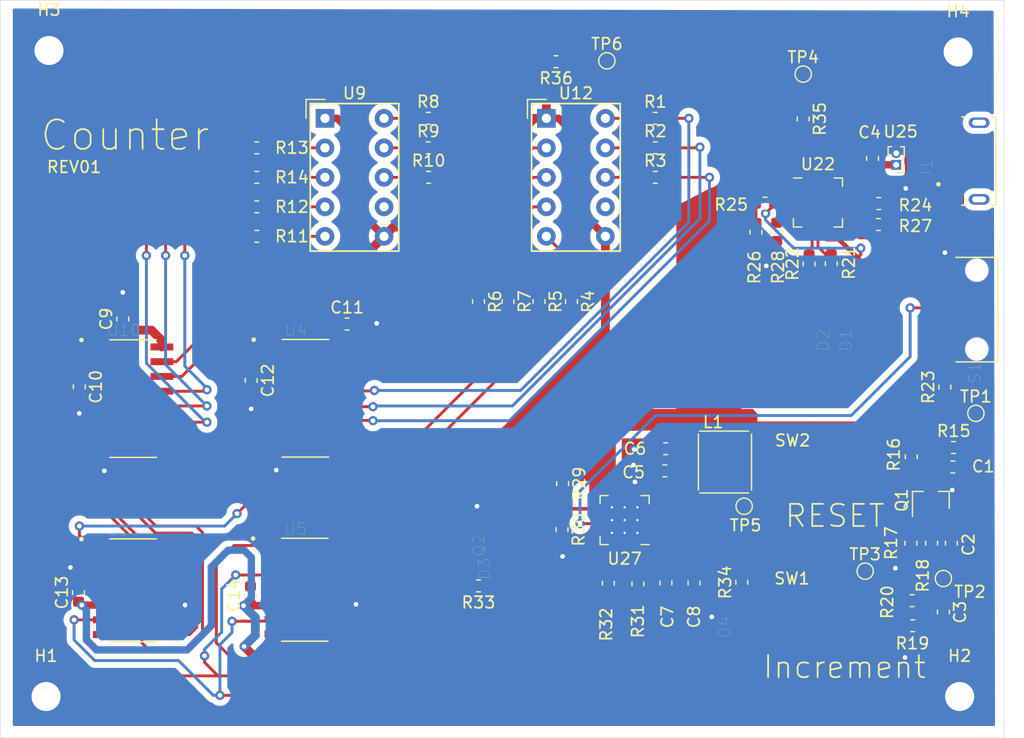
<source format=kicad_pcb>
(kicad_pcb (version 20171130) (host pcbnew "(5.1.5)-3")
  (layers (0 F.Cu signal) (31 B.Cu signal) (34 B.Paste user) (35 F.Paste user) (36 B.SilkS user) (37 F.SilkS user) (38 B.Mask user) (39 F.Mask user) (44 Edge.Cuts user))
  (net 0 "")
  (net 1 GND)
  (net 2 /Reset_GND)
  (net 3 /Reset)
  (net 4 /Push)
  (net 5 "Net-(C4-Pad1)")
  (net 6 +BATT)
  (net 7 +5V)
  (net 8 VBUS)
  (net 9 "Net-(D1-Pad1)")
  (net 10 "Net-(D2-Pad1)")
  (net 11 "Net-(D3-Pad2)")
  (net 12 "Net-(D4-Pad2)")
  (net 13 "Net-(J1-Pad4)")
  (net 14 "Net-(J1-Pad3)")
  (net 15 "Net-(J1-Pad2)")
  (net 16 "Net-(L1-Pad2)")
  (net 17 "Net-(Q1-Pad3)")
  (net 18 "Net-(Q1-Pad1)")
  (net 19 "Net-(Q2-Pad1)")
  (net 20 "Net-(Q2-Pad3)")
  (net 21 "Net-(R1-Pad2)")
  (net 22 "Net-(R1-Pad1)")
  (net 23 "Net-(R2-Pad2)")
  (net 24 "Net-(R2-Pad1)")
  (net 25 "Net-(R3-Pad2)")
  (net 26 "Net-(R3-Pad1)")
  (net 27 "Net-(R4-Pad2)")
  (net 28 "Net-(R4-Pad1)")
  (net 29 "Net-(R5-Pad2)")
  (net 30 "Net-(R5-Pad1)")
  (net 31 "Net-(R6-Pad2)")
  (net 32 "Net-(R6-Pad1)")
  (net 33 "Net-(R7-Pad2)")
  (net 34 "Net-(R7-Pad1)")
  (net 35 "Net-(R8-Pad2)")
  (net 36 "Net-(R8-Pad1)")
  (net 37 "Net-(R9-Pad2)")
  (net 38 "Net-(R9-Pad1)")
  (net 39 "Net-(R10-Pad2)")
  (net 40 "Net-(R10-Pad1)")
  (net 41 "Net-(R11-Pad2)")
  (net 42 "Net-(R11-Pad1)")
  (net 43 "Net-(R12-Pad2)")
  (net 44 "Net-(R12-Pad1)")
  (net 45 "Net-(R13-Pad2)")
  (net 46 "Net-(R13-Pad1)")
  (net 47 "Net-(R14-Pad2)")
  (net 48 "Net-(R14-Pad1)")
  (net 49 "Net-(R19-Pad1)")
  (net 50 "Net-(R21-Pad2)")
  (net 51 "Net-(R22-Pad2)")
  (net 52 "Net-(R23-Pad2)")
  (net 53 "Net-(R24-Pad1)")
  (net 54 "Net-(R25-Pad2)")
  (net 55 "Net-(R27-Pad1)")
  (net 56 "Net-(R28-Pad1)")
  (net 57 "Net-(R29-Pad2)")
  (net 58 "Net-(R31-Pad2)")
  (net 59 "Net-(R35-Pad1)")
  (net 60 "Net-(R36-Pad1)")
  (net 61 /Power/EN)
  (net 62 /A1)
  (net 63 /D1)
  (net 64 /C1)
  (net 65 /B1)
  (net 66 "Net-(U5-Pad7)")
  (net 67 "Net-(U9-Pad7)")
  (net 68 /A2)
  (net 69 /D2)
  (net 70 /C2)
  (net 71 /B2)
  (net 72 "Net-(U11-Pad7)")
  (net 73 "Net-(U12-Pad7)")
  (net 74 "Net-(U22-Pad6)")
  (net 75 "Net-(U27-Pad2)")
  (module Capacitor_SMD:C_0603_1608Metric (layer F.Cu) (at 82.4865 138.8745 90)
    (fp_text reference C14 (at 0 -1.43 90) (layer F.SilkS))
    (fp_text value 0.1uF)
    (pad 2 smd roundrect (at 0.7875 0 90) (size 0.875 0.95) (layers F.Cu F.Paste F.Mask) (net 1 GND))
    (pad 1 smd roundrect (at -0.7875 0 90) (size 0.875 0.95) (layers F.Cu F.Paste F.Mask) (net 7 +5V))
  )
  (module Capacitor_SMD:C_0603_1608Metric (layer F.Cu) (at 67.691 138.6205 90)
    (fp_text reference C13 (at 0 -1.43 90) (layer F.SilkS))
    (fp_text value 0.1uF)
    (pad 2 smd roundrect (at 0.7875 0 90) (size 0.875 0.95) (layers F.Cu F.Paste F.Mask) (net 1 GND))
    (pad 1 smd roundrect (at -0.7875 0 90) (size 0.875 0.95) (layers F.Cu F.Paste F.Mask) (net 7 +5V))
  )
  (module Capacitor_SMD:C_0603_1608Metric (layer F.Cu) (at 82.55 120.358 270)
    (fp_text reference C12 (at 0 -1.43 90) (layer F.SilkS))
    (fp_text value 0.1uF)
    (pad 2 smd roundrect (at 0.7875 0 270) (size 0.875 0.95) (layers F.Cu F.Paste F.Mask) (net 1 GND))
    (pad 1 smd roundrect (at -0.7875 0 270) (size 0.875 0.95) (layers F.Cu F.Paste F.Mask) (net 7 +5V))
  )
  (module Capacitor_SMD:C_0603_1608Metric (layer F.Cu) (at 90.805 115.5065)
    (fp_text reference C11 (at 0 -1.43) (layer F.SilkS))
    (fp_text value 0.1uF)
    (pad 2 smd roundrect (at 0.7875 0) (size 0.875 0.95) (layers F.Cu F.Paste F.Mask) (net 1 GND))
    (pad 1 smd roundrect (at -0.7875 0) (size 0.875 0.95) (layers F.Cu F.Paste F.Mask) (net 7 +5V))
  )
  (module Capacitor_SMD:C_0603_1608Metric (layer F.Cu) (at 67.7545 120.904 270)
    (fp_text reference C10 (at 0 -1.43 90) (layer F.SilkS))
    (fp_text value 0.1uF)
    (pad 2 smd roundrect (at 0.7875 0 270) (size 0.875 0.95) (layers F.Cu F.Paste F.Mask) (net 1 GND))
    (pad 1 smd roundrect (at -0.7875 0 270) (size 0.875 0.95) (layers F.Cu F.Paste F.Mask) (net 7 +5V))
  )
  (module Capacitor_SMD:C_0603_1608Metric (layer F.Cu) (at 71.501 115.062 90)
    (fp_text reference C9 (at 0 -1.43 90) (layer F.SilkS))
    (fp_text value 0.1uF)
    (pad 2 smd roundrect (at 0.7875 0 90) (size 0.875 0.95) (layers F.Cu F.Paste F.Mask) (net 1 GND))
    (pad 1 smd roundrect (at -0.7875 0 90) (size 0.875 0.95) (layers F.Cu F.Paste F.Mask) (net 7 +5V))
  )
  (module MountingHole:MountingHole_2.5mm_Pad (layer F.Cu) (at 143.383 92.075)
    (fp_text reference H4 (at 0 -3.5) (layer F.SilkS))
    (fp_text value MountingHole_Pad)
    (pad 1 thru_hole circle (at 0 0) (size 5 5) (drill 2.5) (layers *.Cu *.Mask) (net 1 GND))
  )
  (module MountingHole:MountingHole_2.5mm_Pad (layer F.Cu) (at 65.151 91.948)
    (fp_text reference H3 (at 0 -3.5) (layer F.SilkS))
    (fp_text value MountingHole_Pad)
    (pad 1 thru_hole circle (at 0 0) (size 5 5) (drill 2.5) (layers *.Cu *.Mask) (net 1 GND))
  )
  (module MountingHole:MountingHole_2.5mm_Pad (layer F.Cu) (at 143.51 147.574)
    (fp_text reference H2 (at 0 -3.5) (layer F.SilkS))
    (fp_text value MountingHole_Pad)
    (pad 1 thru_hole circle (at 0 0) (size 5 5) (drill 2.5) (layers *.Cu *.Mask) (net 1 GND))
  )
  (module MountingHole:MountingHole_2.5mm_Pad (layer F.Cu) (at 64.897 147.574)
    (fp_text reference H1 (at 0 -3.5) (layer F.SilkS))
    (fp_text value MountingHole_Pad)
    (pad 1 thru_hole circle (at 0 0) (size 5 5) (drill 2.5) (layers *.Cu *.Mask) (net 1 GND))
  )
  (module TestPoint:TestPoint_Pad_D1.0mm (layer F.Cu) (at 113.157 92.837)
    (fp_text reference TP6 (at 0 -1.448) (layer F.SilkS))
    (fp_text value TestPoint)
    (pad 1 smd circle (at 0 0) (size 1 1) (layers F.Cu F.Mask) (net 60 "Net-(R36-Pad1)"))
  )
  (module TestPoint:TestPoint_Pad_D1.0mm (layer F.Cu) (at 124.968 131.191)
    (fp_text reference TP5 (at 0.127 1.651) (layer F.SilkS))
    (fp_text value TestPoint)
    (pad 1 smd circle (at 0 0) (size 1 1) (layers F.Cu F.Mask) (net 16 "Net-(L1-Pad2)"))
  )
  (module TestPoint:TestPoint_Pad_D1.0mm (layer F.Cu) (at 135.382 136.779)
    (fp_text reference TP3 (at 0 -1.448) (layer F.SilkS))
    (fp_text value TestPoint)
    (pad 1 smd circle (at 0 0) (size 1 1) (layers F.Cu F.Mask) (net 4 /Push))
  )
  (module TestPoint:TestPoint_Pad_D1.0mm (layer F.Cu) (at 142.113 137.414)
    (fp_text reference TP2 (at 2.286 1.143) (layer F.SilkS))
    (fp_text value TestPoint)
    (pad 1 smd circle (at 0 0) (size 1 1) (layers F.Cu F.Mask) (net 3 /Reset))
  )
  (module TestPoint:TestPoint_Pad_D1.0mm (layer F.Cu) (at 144.907 123.19)
    (fp_text reference TP1 (at 0 -1.448) (layer F.SilkS))
    (fp_text value TestPoint)
    (pad 1 smd circle (at 0 0) (size 1 1) (layers F.Cu F.Mask) (net 2 /Reset_GND))
  )
  (module TestPoint:TestPoint_Pad_D1.0mm (layer F.Cu) (at 130.048 93.98)
    (fp_text reference TP4 (at 0 -1.448) (layer F.SilkS))
    (fp_text value TestPoint)
    (pad 1 smd circle (at 0 0) (size 1 1) (layers F.Cu F.Mask) (net 59 "Net-(R35-Pad1)"))
  )
  (module Package_DFN_QFN:Texas_S-PVQFN-N16_EP2.7x2.7mm_ThermalVias (layer F.Cu) (at 114.681 132.3848 180)
    (fp_text reference U27 (at 0 -3.32) (layer F.SilkS))
    (fp_text value TPS61090)
    (pad 16 smd roundrect (at -0.975 -1.9625 180) (size 0.35 0.825) (layers F.Cu F.Paste F.Mask) (net 7 +5V))
    (pad 15 smd roundrect (at -0.325 -1.9625 180) (size 0.35 0.825) (layers F.Cu F.Paste F.Mask) (net 7 +5V))
    (pad 14 smd roundrect (at 0.325 -1.9625 180) (size 0.35 0.825) (layers F.Cu F.Paste F.Mask) (net 58 "Net-(R31-Pad2)"))
    (pad 13 smd roundrect (at 0.975 -1.9625 180) (size 0.35 0.825) (layers F.Cu F.Paste F.Mask) (net 1 GND))
    (pad 12 smd roundrect (at 1.9625 -0.975 180) (size 0.825 0.35) (layers F.Cu F.Paste F.Mask) (net 19 "Net-(Q2-Pad1)"))
    (pad 11 smd roundrect (at 1.9625 -0.325 180) (size 0.825 0.35) (layers F.Cu F.Paste F.Mask) (net 61 /Power/EN))
    (pad 10 smd roundrect (at 1.9625 0.325 180) (size 0.825 0.35) (layers F.Cu F.Paste F.Mask) (net 1 GND))
    (pad 9 smd roundrect (at 1.9625 0.975 180) (size 0.825 0.35) (layers F.Cu F.Paste F.Mask) (net 57 "Net-(R29-Pad2)"))
    (pad 8 smd roundrect (at 0.975 1.9625 180) (size 0.35 0.825) (layers F.Cu F.Paste F.Mask) (net 6 +BATT))
    (pad 7 smd roundrect (at 0.325 1.9625 180) (size 0.35 0.825) (layers F.Cu F.Paste F.Mask) (net 1 GND))
    (pad 6 smd roundrect (at -0.325 1.9625 180) (size 0.35 0.825) (layers F.Cu F.Paste F.Mask) (net 1 GND))
    (pad 5 smd roundrect (at -0.975 1.9625 180) (size 0.35 0.825) (layers F.Cu F.Paste F.Mask) (net 1 GND))
    (pad 4 smd roundrect (at -1.9625 0.975 180) (size 0.825 0.35) (layers F.Cu F.Paste F.Mask) (net 16 "Net-(L1-Pad2)"))
    (pad 3 smd roundrect (at -1.9625 0.325 180) (size 0.825 0.35) (layers F.Cu F.Paste F.Mask) (net 16 "Net-(L1-Pad2)"))
    (pad 2 smd roundrect (at -1.9625 -0.325 180) (size 0.825 0.35) (layers F.Cu F.Paste F.Mask) (net 75 "Net-(U27-Pad2)"))
    (pad 1 smd roundrect (at -1.9625 -0.975 180) (size 0.825 0.35) (layers F.Cu F.Paste F.Mask) (net 7 +5V))
    (pad 17 smd roundrect (at 0 0 180) (size 2.7 2.7) (layers B.Cu) (roundrect_rratio 0.09259299999999999) (net 1 GND))
    (pad 17 thru_hole circle (at 1.1 1.1 180) (size 0.5 0.5) (drill 0.2) (layers *.Cu) (net 1 GND))
    (pad 17 thru_hole circle (at 0 1.1 180) (size 0.5 0.5) (drill 0.2) (layers *.Cu) (net 1 GND))
    (pad 17 thru_hole circle (at -1.1 1.1 180) (size 0.5 0.5) (drill 0.2) (layers *.Cu) (net 1 GND))
    (pad 17 thru_hole circle (at 1.1 0 180) (size 0.5 0.5) (drill 0.2) (layers *.Cu) (net 1 GND))
    (pad 17 thru_hole circle (at 0 0 180) (size 0.5 0.5) (drill 0.2) (layers *.Cu) (net 1 GND))
    (pad 17 thru_hole circle (at -1.1 0 180) (size 0.5 0.5) (drill 0.2) (layers *.Cu) (net 1 GND))
    (pad 17 thru_hole circle (at 1.1 -1.1 180) (size 0.5 0.5) (drill 0.2) (layers *.Cu) (net 1 GND))
    (pad 17 thru_hole circle (at 0 -1.1 180) (size 0.5 0.5) (drill 0.2) (layers *.Cu) (net 1 GND))
    (pad 17 thru_hole circle (at -1.1 -1.1 180) (size 0.5 0.5) (drill 0.2) (layers *.Cu) (net 1 GND))
    (pad 17 smd roundrect (at 0 0 180) (size 2.7 2.7) (layers F.Cu F.Mask) (roundrect_rratio 0.09259299999999999) (net 1 GND))
  )
  (module Connector_PinHeader_1.00mm:PinHeader_1x02_P1.00mm_Vertical (layer F.Cu) (at 138.049 101.7905 180)
    (fp_text reference U25 (at -0.381 2.8575) (layer F.SilkS))
    (fp_text value Header)
    (pad 2 thru_hole oval (at 0 1 180) (size 0.85 0.85) (drill 0.5) (layers *.Cu *.Mask) (net 1 GND))
    (pad 1 thru_hole rect (at 0 0 180) (size 0.85 0.85) (drill 0.5) (layers *.Cu *.Mask) (net 5 "Net-(C4-Pad1)"))
  )
  (module Package_DFN_QFN:QFN-20-1EP_4x4mm_P0.5mm_EP2.5x2.5mm (layer F.Cu) (at 131.318 105.037)
    (fp_text reference U22 (at 0 -3.3) (layer F.SilkS))
    (fp_text value MCP73871)
    (pad 20 smd roundrect (at -1 -1.9375) (size 0.25 0.825) (layers F.Cu F.Paste F.Mask) (net 6 +BATT))
    (pad 19 smd roundrect (at -0.5 -1.9375) (size 0.25 0.825) (layers F.Cu F.Paste F.Mask) (net 8 VBUS))
    (pad 18 smd roundrect (at 0 -1.9375) (size 0.25 0.825) (layers F.Cu F.Paste F.Mask) (net 8 VBUS))
    (pad 17 smd roundrect (at 0.5 -1.9375) (size 0.25 0.825) (layers F.Cu F.Paste F.Mask) (net 8 VBUS))
    (pad 16 smd roundrect (at 1 -1.9375) (size 0.25 0.825) (layers F.Cu F.Paste F.Mask) (net 5 "Net-(C4-Pad1)"))
    (pad 15 smd roundrect (at 1.9375 -1) (size 0.825 0.25) (layers F.Cu F.Paste F.Mask) (net 5 "Net-(C4-Pad1)"))
    (pad 14 smd roundrect (at 1.9375 -0.5) (size 0.825 0.25) (layers F.Cu F.Paste F.Mask) (net 5 "Net-(C4-Pad1)"))
    (pad 13 smd roundrect (at 1.9375 0) (size 0.825 0.25) (layers F.Cu F.Paste F.Mask) (net 53 "Net-(R24-Pad1)"))
    (pad 12 smd roundrect (at 1.9375 0.5) (size 0.825 0.25) (layers F.Cu F.Paste F.Mask) (net 55 "Net-(R27-Pad1)"))
    (pad 11 smd roundrect (at 1.9375 1) (size 0.825 0.25) (layers F.Cu F.Paste F.Mask) (net 1 GND))
    (pad 10 smd roundrect (at 1 1.9375) (size 0.25 0.825) (layers F.Cu F.Paste F.Mask) (net 1 GND))
    (pad 9 smd roundrect (at 0.5 1.9375) (size 0.25 0.825) (layers F.Cu F.Paste F.Mask) (net 8 VBUS))
    (pad 8 smd roundrect (at 0 1.9375) (size 0.25 0.825) (layers F.Cu F.Paste F.Mask) (net 50 "Net-(R21-Pad2)"))
    (pad 7 smd roundrect (at -0.5 1.9375) (size 0.25 0.825) (layers F.Cu F.Paste F.Mask) (net 51 "Net-(R22-Pad2)"))
    (pad 6 smd roundrect (at -1 1.9375) (size 0.25 0.825) (layers F.Cu F.Paste F.Mask) (net 74 "Net-(U22-Pad6)"))
    (pad 5 smd roundrect (at -1.9375 1) (size 0.825 0.25) (layers F.Cu F.Paste F.Mask) (net 56 "Net-(R28-Pad1)"))
    (pad 4 smd roundrect (at -1.9375 0.5) (size 0.825 0.25) (layers F.Cu F.Paste F.Mask) (net 8 VBUS))
    (pad 3 smd roundrect (at -1.9375 0) (size 0.825 0.25) (layers F.Cu F.Paste F.Mask) (net 8 VBUS))
    (pad 2 smd roundrect (at -1.9375 -0.5) (size 0.825 0.25) (layers F.Cu F.Paste F.Mask) (net 54 "Net-(R25-Pad2)"))
    (pad 1 smd roundrect (at -1.9375 -1) (size 0.825 0.25) (layers F.Cu F.Paste F.Mask) (net 6 +BATT))
    (pad 21 smd roundrect (at 0 0) (size 2.5 2.5) (layers F.Cu F.Mask) (roundrect_rratio 0.1) (net 1 GND))
  )
  (module Display_7Segment:HDSP-A151 (layer F.Cu) (at 107.95 97.79)
    (fp_text reference U12 (at 2.54 -2.159) (layer F.SilkS))
    (fp_text value HDSP-A151)
    (pad 10 thru_hole circle (at 5.08 0) (size 1.6 1.6) (drill 0.8) (layers *.Cu *.Mask) (net 22 "Net-(R1-Pad1)"))
    (pad 9 thru_hole circle (at 5.08 2.54) (size 1.6 1.6) (drill 0.8) (layers *.Cu *.Mask) (net 24 "Net-(R2-Pad1)"))
    (pad 8 thru_hole circle (at 5.08 5.08) (size 1.6 1.6) (drill 0.8) (layers *.Cu *.Mask) (net 26 "Net-(R3-Pad1)"))
    (pad 7 thru_hole circle (at 5.08 7.62) (size 1.6 1.6) (drill 0.8) (layers *.Cu *.Mask) (net 73 "Net-(U12-Pad7)"))
    (pad 6 thru_hole circle (at 5.08 10.16) (size 1.6 1.6) (drill 0.8) (layers *.Cu *.Mask) (net 7 +5V))
    (pad 5 thru_hole circle (at 0 10.16) (size 1.6 1.6) (drill 0.8) (layers *.Cu *.Mask) (net 28 "Net-(R4-Pad1)"))
    (pad 4 thru_hole circle (at 0 7.62) (size 1.6 1.6) (drill 0.8) (layers *.Cu *.Mask) (net 30 "Net-(R5-Pad1)"))
    (pad 3 thru_hole circle (at 0 5.08) (size 1.6 1.6) (drill 0.8) (layers *.Cu *.Mask) (net 34 "Net-(R7-Pad1)"))
    (pad 2 thru_hole circle (at 0 2.54) (size 1.6 1.6) (drill 0.8) (layers *.Cu *.Mask) (net 32 "Net-(R6-Pad1)"))
    (pad 1 thru_hole rect (at 0 0) (size 1.6 1.6) (drill 0.8) (layers *.Cu *.Mask) (net 7 +5V))
  )
  (module "1_Jons_Footprints:SN74LS90DR - SOIC127P600X175-14N" (layer F.Cu) (at 72.39 138.43)
    (fp_text reference U11 (at -0.795 -5.242) (layer F.SilkS) (effects (font (thickness 0.015))))
    (fp_text value 74LS90)
    (pad 14 smd rect (at 2.475 -3.81) (size 1.97 0.6) (layers F.Cu F.Paste F.Mask) (net 68 /A2))
    (pad 13 smd rect (at 2.475 -2.54) (size 1.97 0.6) (layers F.Cu F.Paste F.Mask))
    (pad 12 smd rect (at 2.475 -1.27) (size 1.97 0.6) (layers F.Cu F.Paste F.Mask) (net 68 /A2))
    (pad 11 smd rect (at 2.475 0) (size 1.97 0.6) (layers F.Cu F.Paste F.Mask) (net 69 /D2))
    (pad 10 smd rect (at 2.475 1.27) (size 1.97 0.6) (layers F.Cu F.Paste F.Mask) (net 1 GND))
    (pad 9 smd rect (at 2.475 2.54) (size 1.97 0.6) (layers F.Cu F.Paste F.Mask) (net 71 /B2))
    (pad 8 smd rect (at 2.475 3.81) (size 1.97 0.6) (layers F.Cu F.Paste F.Mask) (net 70 /C2))
    (pad 7 smd rect (at -2.475 3.81) (size 1.97 0.6) (layers F.Cu F.Paste F.Mask) (net 72 "Net-(U11-Pad7)"))
    (pad 6 smd rect (at -2.475 2.54) (size 1.97 0.6) (layers F.Cu F.Paste F.Mask) (net 2 /Reset_GND))
    (pad 5 smd rect (at -2.475 1.27) (size 1.97 0.6) (layers F.Cu F.Paste F.Mask) (net 7 +5V))
    (pad 4 smd rect (at -2.475 0) (size 1.97 0.6) (layers F.Cu F.Paste F.Mask))
    (pad 3 smd rect (at -2.475 -1.27) (size 1.97 0.6) (layers F.Cu F.Paste F.Mask) (net 3 /Reset))
    (pad 2 smd rect (at -2.475 -2.54) (size 1.97 0.6) (layers F.Cu F.Paste F.Mask) (net 3 /Reset))
    (pad 1 smd rect (at -2.475 -3.81) (size 1.97 0.6) (layers F.Cu F.Paste F.Mask) (net 63 /D1))
  )
  (module "1_Jons_Footprints:SN74LS47D - SOIC127P600X175-16N" (layer F.Cu) (at 72.39 121.92)
    (fp_text reference U10 (at -0.795 -5.877) (layer F.SilkS) (effects (font (thickness 0.015))))
    (fp_text value 74LS47)
    (pad 16 smd rect (at 2.475 -4.445) (size 1.97 0.6) (layers F.Cu F.Paste F.Mask) (net 7 +5V))
    (pad 15 smd rect (at 2.475 -3.175) (size 1.97 0.6) (layers F.Cu F.Paste F.Mask) (net 45 "Net-(R13-Pad2)"))
    (pad 14 smd rect (at 2.475 -1.905) (size 1.97 0.6) (layers F.Cu F.Paste F.Mask) (net 47 "Net-(R14-Pad2)"))
    (pad 13 smd rect (at 2.475 -0.635) (size 1.97 0.6) (layers F.Cu F.Paste F.Mask) (net 35 "Net-(R8-Pad2)"))
    (pad 12 smd rect (at 2.475 0.635) (size 1.97 0.6) (layers F.Cu F.Paste F.Mask) (net 37 "Net-(R9-Pad2)"))
    (pad 11 smd rect (at 2.475 1.905) (size 1.97 0.6) (layers F.Cu F.Paste F.Mask) (net 39 "Net-(R10-Pad2)"))
    (pad 10 smd rect (at 2.475 3.175) (size 1.97 0.6) (layers F.Cu F.Paste F.Mask) (net 41 "Net-(R11-Pad2)"))
    (pad 9 smd rect (at 2.475 4.445) (size 1.97 0.6) (layers F.Cu F.Paste F.Mask) (net 43 "Net-(R12-Pad2)"))
    (pad 8 smd rect (at -2.475 4.445) (size 1.97 0.6) (layers F.Cu F.Paste F.Mask) (net 1 GND))
    (pad 7 smd rect (at -2.475 3.175) (size 1.97 0.6) (layers F.Cu F.Paste F.Mask) (net 68 /A2))
    (pad 6 smd rect (at -2.475 1.905) (size 1.97 0.6) (layers F.Cu F.Paste F.Mask) (net 69 /D2))
    (pad 5 smd rect (at -2.475 0.635) (size 1.97 0.6) (layers F.Cu F.Paste F.Mask) (net 7 +5V))
    (pad 4 smd rect (at -2.475 -0.635) (size 1.97 0.6) (layers F.Cu F.Paste F.Mask) (net 7 +5V))
    (pad 3 smd rect (at -2.475 -1.905) (size 1.97 0.6) (layers F.Cu F.Paste F.Mask) (net 7 +5V))
    (pad 2 smd rect (at -2.475 -3.175) (size 1.97 0.6) (layers F.Cu F.Paste F.Mask) (net 70 /C2))
    (pad 1 smd rect (at -2.475 -4.445) (size 1.97 0.6) (layers F.Cu F.Paste F.Mask) (net 71 /B2))
  )
  (module Display_7Segment:HDSP-A151 (layer F.Cu) (at 88.9 97.79)
    (fp_text reference U9 (at 2.54 -2.159) (layer F.SilkS))
    (fp_text value HDSP-A151)
    (pad 10 thru_hole circle (at 5.08 0) (size 1.6 1.6) (drill 0.8) (layers *.Cu *.Mask) (net 36 "Net-(R8-Pad1)"))
    (pad 9 thru_hole circle (at 5.08 2.54) (size 1.6 1.6) (drill 0.8) (layers *.Cu *.Mask) (net 38 "Net-(R9-Pad1)"))
    (pad 8 thru_hole circle (at 5.08 5.08) (size 1.6 1.6) (drill 0.8) (layers *.Cu *.Mask) (net 40 "Net-(R10-Pad1)"))
    (pad 7 thru_hole circle (at 5.08 7.62) (size 1.6 1.6) (drill 0.8) (layers *.Cu *.Mask) (net 67 "Net-(U9-Pad7)"))
    (pad 6 thru_hole circle (at 5.08 10.16) (size 1.6 1.6) (drill 0.8) (layers *.Cu *.Mask) (net 7 +5V))
    (pad 5 thru_hole circle (at 0 10.16) (size 1.6 1.6) (drill 0.8) (layers *.Cu *.Mask) (net 42 "Net-(R11-Pad1)"))
    (pad 4 thru_hole circle (at 0 7.62) (size 1.6 1.6) (drill 0.8) (layers *.Cu *.Mask) (net 44 "Net-(R12-Pad1)"))
    (pad 3 thru_hole circle (at 0 5.08) (size 1.6 1.6) (drill 0.8) (layers *.Cu *.Mask) (net 48 "Net-(R14-Pad1)"))
    (pad 2 thru_hole circle (at 0 2.54) (size 1.6 1.6) (drill 0.8) (layers *.Cu *.Mask) (net 46 "Net-(R13-Pad1)"))
    (pad 1 thru_hole rect (at 0 0) (size 1.6 1.6) (drill 0.8) (layers *.Cu *.Mask) (net 7 +5V))
  )
  (module "1_Jons_Footprints:SN74LS90DR - SOIC127P600X175-14N" (layer F.Cu) (at 87.1586 138.3792)
    (fp_text reference U5 (at -0.795 -5.242) (layer F.SilkS) (effects (font (thickness 0.015))))
    (fp_text value 74LS90)
    (pad 14 smd rect (at 2.475 -3.81) (size 1.97 0.6) (layers F.Cu F.Paste F.Mask) (net 62 /A1))
    (pad 13 smd rect (at 2.475 -2.54) (size 1.97 0.6) (layers F.Cu F.Paste F.Mask))
    (pad 12 smd rect (at 2.475 -1.27) (size 1.97 0.6) (layers F.Cu F.Paste F.Mask) (net 62 /A1))
    (pad 11 smd rect (at 2.475 0) (size 1.97 0.6) (layers F.Cu F.Paste F.Mask) (net 63 /D1))
    (pad 10 smd rect (at 2.475 1.27) (size 1.97 0.6) (layers F.Cu F.Paste F.Mask) (net 1 GND))
    (pad 9 smd rect (at 2.475 2.54) (size 1.97 0.6) (layers F.Cu F.Paste F.Mask) (net 65 /B1))
    (pad 8 smd rect (at 2.475 3.81) (size 1.97 0.6) (layers F.Cu F.Paste F.Mask) (net 64 /C1))
    (pad 7 smd rect (at -2.475 3.81) (size 1.97 0.6) (layers F.Cu F.Paste F.Mask) (net 66 "Net-(U5-Pad7)"))
    (pad 6 smd rect (at -2.475 2.54) (size 1.97 0.6) (layers F.Cu F.Paste F.Mask) (net 2 /Reset_GND))
    (pad 5 smd rect (at -2.475 1.27) (size 1.97 0.6) (layers F.Cu F.Paste F.Mask) (net 7 +5V))
    (pad 4 smd rect (at -2.475 0) (size 1.97 0.6) (layers F.Cu F.Paste F.Mask))
    (pad 3 smd rect (at -2.475 -1.27) (size 1.97 0.6) (layers F.Cu F.Paste F.Mask) (net 3 /Reset))
    (pad 2 smd rect (at -2.475 -2.54) (size 1.97 0.6) (layers F.Cu F.Paste F.Mask) (net 3 /Reset))
    (pad 1 smd rect (at -2.475 -3.81) (size 1.97 0.6) (layers F.Cu F.Paste F.Mask) (net 4 /Push))
  )
  (module "1_Jons_Footprints:SN74LS47D - SOIC127P600X175-16N" (layer F.Cu) (at 87.2094 121.8946)
    (fp_text reference U4 (at -0.795 -5.877) (layer F.SilkS) (effects (font (thickness 0.015))))
    (fp_text value 74LS47)
    (pad 16 smd rect (at 2.475 -4.445) (size 1.97 0.6) (layers F.Cu F.Paste F.Mask) (net 7 +5V))
    (pad 15 smd rect (at 2.475 -3.175) (size 1.97 0.6) (layers F.Cu F.Paste F.Mask) (net 31 "Net-(R6-Pad2)"))
    (pad 14 smd rect (at 2.475 -1.905) (size 1.97 0.6) (layers F.Cu F.Paste F.Mask) (net 33 "Net-(R7-Pad2)"))
    (pad 13 smd rect (at 2.475 -0.635) (size 1.97 0.6) (layers F.Cu F.Paste F.Mask) (net 21 "Net-(R1-Pad2)"))
    (pad 12 smd rect (at 2.475 0.635) (size 1.97 0.6) (layers F.Cu F.Paste F.Mask) (net 23 "Net-(R2-Pad2)"))
    (pad 11 smd rect (at 2.475 1.905) (size 1.97 0.6) (layers F.Cu F.Paste F.Mask) (net 25 "Net-(R3-Pad2)"))
    (pad 10 smd rect (at 2.475 3.175) (size 1.97 0.6) (layers F.Cu F.Paste F.Mask) (net 27 "Net-(R4-Pad2)"))
    (pad 9 smd rect (at 2.475 4.445) (size 1.97 0.6) (layers F.Cu F.Paste F.Mask) (net 29 "Net-(R5-Pad2)"))
    (pad 8 smd rect (at -2.475 4.445) (size 1.97 0.6) (layers F.Cu F.Paste F.Mask) (net 1 GND))
    (pad 7 smd rect (at -2.475 3.175) (size 1.97 0.6) (layers F.Cu F.Paste F.Mask) (net 62 /A1))
    (pad 6 smd rect (at -2.475 1.905) (size 1.97 0.6) (layers F.Cu F.Paste F.Mask) (net 63 /D1))
    (pad 5 smd rect (at -2.475 0.635) (size 1.97 0.6) (layers F.Cu F.Paste F.Mask) (net 7 +5V))
    (pad 4 smd rect (at -2.475 -0.635) (size 1.97 0.6) (layers F.Cu F.Paste F.Mask) (net 7 +5V))
    (pad 3 smd rect (at -2.475 -1.905) (size 1.97 0.6) (layers F.Cu F.Paste F.Mask) (net 7 +5V))
    (pad 2 smd rect (at -2.475 -3.175) (size 1.97 0.6) (layers F.Cu F.Paste F.Mask) (net 64 /C1))
    (pad 1 smd rect (at -2.475 -4.445) (size 1.97 0.6) (layers F.Cu F.Paste F.Mask) (net 65 /B1))
  )
  (module "1_Jons_Footprints:Push Button - 1241.1601.11" (layer F.Cu) (at 135.255 129.286 180)
    (fp_text reference SW2 (at 6.1214 3.7592) (layer F.SilkS))
    (fp_text value SW_Push)
    (pad 1 smd rect (at 0 0 180) (size 1.524 1.524) (layers F.Cu F.Paste F.Mask) (net 18 "Net-(Q1-Pad1)"))
    (pad 2 smd rect (at 3.302 0 180) (size 1.524 1.524) (layers F.Cu F.Paste F.Mask) (net 7 +5V))
    (pad 1 smd rect (at 0 2.286 180) (size 1.524 1.524) (layers F.Cu F.Paste F.Mask) (net 18 "Net-(Q1-Pad1)"))
    (pad 2 smd rect (at 3.302 2.286 180) (size 1.524 1.524) (layers F.Cu F.Paste F.Mask) (net 7 +5V))
  )
  (module "1_Jons_Footprints:Push Button - 1241.1601.11" (layer F.Cu) (at 135.255 141.5542 180)
    (fp_text reference SW1 (at 6.1722 4.1402) (layer F.SilkS))
    (fp_text value SW_Push)
    (pad 1 smd rect (at 0 0 180) (size 1.524 1.524) (layers F.Cu F.Paste F.Mask) (net 49 "Net-(R19-Pad1)"))
    (pad 2 smd rect (at 3.302 0 180) (size 1.524 1.524) (layers F.Cu F.Paste F.Mask) (net 7 +5V))
    (pad 1 smd rect (at 0 2.286 180) (size 1.524 1.524) (layers F.Cu F.Paste F.Mask) (net 49 "Net-(R19-Pad1)"))
    (pad 2 smd rect (at 3.302 2.286 180) (size 1.524 1.524) (layers F.Cu F.Paste F.Mask) (net 7 +5V))
  )
  (module 1_Jons_Footprints:SW_JS102011SAQN (layer F.Cu) (at 144.99 114.26 90)
    (fp_text reference S1 (at -5.438995 -0.175125 270) (layer F.SilkS) (effects (font (size 1.000732 1.000732) (thickness 0.015))))
    (fp_text value JS102011SAQN)
    (pad None np_thru_hole circle (at 3.4 0 90) (size 1 1) (drill 1) (layers *.Cu *.Mask))
    (pad None np_thru_hole circle (at -3.4 0 90) (size 1 1) (drill 1) (layers *.Cu *.Mask))
    (pad 3 smd rect (at 2.5 -2.75 90) (size 1.2 2.5) (layers F.Cu F.Paste F.Mask) (net 1 GND))
    (pad 2 smd rect (at 0 -2.75 90) (size 1.2 2.5) (layers F.Cu F.Paste F.Mask) (net 61 /Power/EN))
    (pad 1 smd rect (at -2.5 -2.75 90) (size 1.2 2.5) (layers F.Cu F.Paste F.Mask) (net 52 "Net-(R23-Pad2)"))
  )
  (module Resistor_SMD:R_0603_1608Metric (layer F.Cu) (at 108.7881 92.9132 180)
    (fp_text reference R36 (at 0 -1.43) (layer F.SilkS))
    (fp_text value 100k)
    (pad 2 smd roundrect (at 0.7875 0 180) (size 0.875 0.95) (layers F.Cu F.Paste F.Mask) (net 7 +5V))
    (pad 1 smd roundrect (at -0.7875 0 180) (size 0.875 0.95) (layers F.Cu F.Paste F.Mask) (net 60 "Net-(R36-Pad1)"))
  )
  (module Resistor_SMD:R_0603_1608Metric (layer F.Cu) (at 130.048 97.8409 270)
    (fp_text reference R35 (at 0 -1.43 90) (layer F.SilkS))
    (fp_text value 100k)
    (pad 2 smd roundrect (at 0.7875 0 270) (size 0.875 0.95) (layers F.Cu F.Paste F.Mask) (net 6 +BATT))
    (pad 1 smd roundrect (at -0.7875 0 270) (size 0.875 0.95) (layers F.Cu F.Paste F.Mask) (net 59 "Net-(R35-Pad1)"))
  )
  (module Resistor_SMD:R_0603_1608Metric (layer F.Cu) (at 124.7648 137.7441 90)
    (fp_text reference R34 (at 0 -1.43 90) (layer F.SilkS))
    (fp_text value 1k)
    (pad 2 smd roundrect (at 0.7875 0 90) (size 0.875 0.95) (layers F.Cu F.Paste F.Mask) (net 7 +5V))
    (pad 1 smd roundrect (at -0.7875 0 90) (size 0.875 0.95) (layers F.Cu F.Paste F.Mask) (net 12 "Net-(D4-Pad2)"))
  )
  (module Resistor_SMD:R_0603_1608Metric (layer F.Cu) (at 102.108 138.049 180)
    (fp_text reference R33 (at 0 -1.43) (layer F.SilkS))
    (fp_text value 1k)
    (pad 2 smd roundrect (at 0.7875 0 180) (size 0.875 0.95) (layers F.Cu F.Paste F.Mask) (net 11 "Net-(D3-Pad2)"))
    (pad 1 smd roundrect (at -0.7875 0 180) (size 0.875 0.95) (layers F.Cu F.Paste F.Mask) (net 20 "Net-(Q2-Pad3)"))
  )
  (module Resistor_SMD:R_0603_1608Metric (layer F.Cu) (at 113.284 137.8205 90)
    (fp_text reference R32 (at -3.5559 -0.1778 90) (layer F.SilkS))
    (fp_text value 200k)
    (pad 2 smd roundrect (at 0.7875 0 90) (size 0.875 0.95) (layers F.Cu F.Paste F.Mask) (net 1 GND))
    (pad 1 smd roundrect (at -0.7875 0 90) (size 0.875 0.95) (layers F.Cu F.Paste F.Mask) (net 58 "Net-(R31-Pad2)"))
  )
  (module Resistor_SMD:R_0603_1608Metric (layer F.Cu) (at 115.824 137.8712 270)
    (fp_text reference R31 (at 3.2258 0 90) (layer F.SilkS))
    (fp_text value 1.07M)
    (pad 2 smd roundrect (at 0.7875 0 270) (size 0.875 0.95) (layers F.Cu F.Paste F.Mask) (net 58 "Net-(R31-Pad2)"))
    (pad 1 smd roundrect (at -0.7875 0 270) (size 0.875 0.95) (layers F.Cu F.Paste F.Mask) (net 7 +5V))
  )
  (module Resistor_SMD:R_0603_1608Metric (layer F.Cu) (at 109.2962 133.1976 270)
    (fp_text reference R30 (at 0 -1.43 90) (layer F.SilkS))
    (fp_text value 340k)
    (pad 2 smd roundrect (at 0.7875 0 270) (size 0.875 0.95) (layers F.Cu F.Paste F.Mask) (net 1 GND))
    (pad 1 smd roundrect (at -0.7875 0 270) (size 0.875 0.95) (layers F.Cu F.Paste F.Mask) (net 57 "Net-(R29-Pad2)"))
  )
  (module Resistor_SMD:R_0603_1608Metric (layer F.Cu) (at 109.347 129.2352 270)
    (fp_text reference R29 (at 0 -1.43 90) (layer F.SilkS))
    (fp_text value 1.87M)
    (pad 2 smd roundrect (at 0.7875 0 270) (size 0.875 0.95) (layers F.Cu F.Paste F.Mask) (net 57 "Net-(R29-Pad2)"))
    (pad 1 smd roundrect (at -0.7875 0 270) (size 0.875 0.95) (layers F.Cu F.Paste F.Mask) (net 6 +BATT))
  )
  (module Resistor_SMD:R_0603_1608Metric (layer F.Cu) (at 127.762 107.569 270)
    (fp_text reference R28 (at 3.048 -0.127 90) (layer F.SilkS))
    (fp_text value 16k)
    (pad 2 smd roundrect (at 0.7875 0 270) (size 0.875 0.95) (layers F.Cu F.Paste F.Mask) (net 1 GND))
    (pad 1 smd roundrect (at -0.7875 0 270) (size 0.875 0.95) (layers F.Cu F.Paste F.Mask) (net 56 "Net-(R28-Pad1)"))
  )
  (module Resistor_SMD:R_0603_1608Metric (layer F.Cu) (at 136.525 106.934)
    (fp_text reference R27 (at 3.175 0.127) (layer F.SilkS))
    (fp_text value 100k)
    (pad 2 smd roundrect (at 0.7875 0) (size 0.875 0.95) (layers F.Cu F.Paste F.Mask) (net 1 GND))
    (pad 1 smd roundrect (at -0.7875 0) (size 0.875 0.95) (layers F.Cu F.Paste F.Mask) (net 55 "Net-(R27-Pad1)"))
  )
  (module Resistor_SMD:R_0603_1608Metric (layer F.Cu) (at 125.984 107.5945 270)
    (fp_text reference R26 (at 3.0225 0.127 90) (layer F.SilkS))
    (fp_text value 100k)
    (pad 2 smd roundrect (at 0.7875 0 270) (size 0.875 0.95) (layers F.Cu F.Paste F.Mask) (net 1 GND))
    (pad 1 smd roundrect (at -0.7875 0 270) (size 0.875 0.95) (layers F.Cu F.Paste F.Mask) (net 54 "Net-(R25-Pad2)"))
  )
  (module Resistor_SMD:R_0603_1608Metric (layer F.Cu) (at 126.7715 105.0925 180)
    (fp_text reference R25 (at 2.921 -0.127) (layer F.SilkS))
    (fp_text value 270k)
    (pad 2 smd roundrect (at 0.7875 0 180) (size 0.875 0.95) (layers F.Cu F.Paste F.Mask) (net 54 "Net-(R25-Pad2)"))
    (pad 1 smd roundrect (at -0.7875 0 180) (size 0.875 0.95) (layers F.Cu F.Paste F.Mask) (net 8 VBUS))
  )
  (module Resistor_SMD:R_0603_1608Metric (layer F.Cu) (at 136.5505 105.1306)
    (fp_text reference R24 (at 3.1495 0.1524) (layer F.SilkS))
    (fp_text value 1k)
    (pad 2 smd roundrect (at 0.7875 0) (size 0.875 0.95) (layers F.Cu F.Paste F.Mask) (net 1 GND))
    (pad 1 smd roundrect (at -0.7875 0) (size 0.875 0.95) (layers F.Cu F.Paste F.Mask) (net 53 "Net-(R24-Pad1)"))
  )
  (module Resistor_SMD:R_0603_1608Metric (layer F.Cu) (at 142.24 120.9295 90)
    (fp_text reference R23 (at 0 -1.43 90) (layer F.SilkS))
    (fp_text value 100k)
    (pad 2 smd roundrect (at 0.7875 0 90) (size 0.875 0.95) (layers F.Cu F.Paste F.Mask) (net 52 "Net-(R23-Pad2)"))
    (pad 1 smd roundrect (at -0.7875 0 90) (size 0.875 0.95) (layers F.Cu F.Paste F.Mask) (net 6 +BATT))
  )
  (module Resistor_SMD:R_0603_1608Metric (layer F.Cu) (at 130.556 110.325 90)
    (fp_text reference R22 (at 0 -1.43 90) (layer F.SilkS))
    (fp_text value 1k)
    (pad 2 smd roundrect (at 0.7875 0 90) (size 0.875 0.95) (layers F.Cu F.Paste F.Mask) (net 51 "Net-(R22-Pad2)"))
    (pad 1 smd roundrect (at -0.7875 0 90) (size 0.875 0.95) (layers F.Cu F.Paste F.Mask) (net 10 "Net-(D2-Pad1)"))
  )
  (module Resistor_SMD:R_0603_1608Metric (layer F.Cu) (at 132.461 110.2995 90)
    (fp_text reference R21 (at 0.0635 1.524 90) (layer F.SilkS))
    (fp_text value 1k)
    (pad 2 smd roundrect (at 0.7875 0 90) (size 0.875 0.95) (layers F.Cu F.Paste F.Mask) (net 50 "Net-(R21-Pad2)"))
    (pad 1 smd roundrect (at -0.7875 0 90) (size 0.875 0.95) (layers F.Cu F.Paste F.Mask) (net 9 "Net-(D1-Pad1)"))
  )
  (module Resistor_SMD:R_0603_1608Metric (layer F.Cu) (at 139.4205 139.319)
    (fp_text reference R20 (at -2.1335 0.127 90) (layer F.SilkS))
    (fp_text value 10k)
    (pad 2 smd roundrect (at 0.7875 0) (size 0.875 0.95) (layers F.Cu F.Paste F.Mask) (net 4 /Push))
    (pad 1 smd roundrect (at -0.7875 0) (size 0.875 0.95) (layers F.Cu F.Paste F.Mask) (net 49 "Net-(R19-Pad1)"))
  )
  (module Resistor_SMD:R_0603_1608Metric (layer F.Cu) (at 139.4715 141.478)
    (fp_text reference R19 (at -0.0255 1.524) (layer F.SilkS))
    (fp_text value 10k)
    (pad 2 smd roundrect (at 0.7875 0) (size 0.875 0.95) (layers F.Cu F.Paste F.Mask) (net 1 GND))
    (pad 1 smd roundrect (at -0.7875 0) (size 0.875 0.95) (layers F.Cu F.Paste F.Mask) (net 49 "Net-(R19-Pad1)"))
  )
  (module Resistor_SMD:R_0603_1608Metric (layer F.Cu) (at 141.097 134.3661 270)
    (fp_text reference R18 (at 2.7939 0.762 270) (layer F.SilkS))
    (fp_text value 10k)
    (pad 2 smd roundrect (at 0.7875 0 270) (size 0.875 0.95) (layers F.Cu F.Paste F.Mask) (net 3 /Reset))
    (pad 1 smd roundrect (at -0.7875 0 270) (size 0.875 0.95) (layers F.Cu F.Paste F.Mask) (net 18 "Net-(Q1-Pad1)"))
  )
  (module Resistor_SMD:R_0603_1608Metric (layer F.Cu) (at 139.319 134.3661 270)
    (fp_text reference R17 (at -0.0001 1.7018 90) (layer F.SilkS))
    (fp_text value 10k)
    (pad 2 smd roundrect (at 0.7875 0 270) (size 0.875 0.95) (layers F.Cu F.Paste F.Mask) (net 1 GND))
    (pad 1 smd roundrect (at -0.7875 0 270) (size 0.875 0.95) (layers F.Cu F.Paste F.Mask) (net 18 "Net-(Q1-Pad1)"))
  )
  (module Resistor_SMD:R_0603_1608Metric (layer F.Cu) (at 139.3444 126.9239 90)
    (fp_text reference R16 (at 0.1779 -1.4986 90) (layer F.SilkS))
    (fp_text value 100k)
    (pad 2 smd roundrect (at 0.7875 0 90) (size 0.875 0.95) (layers F.Cu F.Paste F.Mask) (net 7 +5V))
    (pad 1 smd roundrect (at -0.7875 0 90) (size 0.875 0.95) (layers F.Cu F.Paste F.Mask) (net 17 "Net-(Q1-Pad3)"))
  )
  (module Resistor_SMD:R_0603_1608Metric (layer F.Cu) (at 142.9765 126.1364)
    (fp_text reference R15 (at 0.0255 -1.4224) (layer F.SilkS))
    (fp_text value 10k)
    (pad 2 smd roundrect (at 0.7875 0) (size 0.875 0.95) (layers F.Cu F.Paste F.Mask) (net 2 /Reset_GND))
    (pad 1 smd roundrect (at -0.7875 0) (size 0.875 0.95) (layers F.Cu F.Paste F.Mask) (net 17 "Net-(Q1-Pad3)"))
  )
  (module Resistor_SMD:R_0603_1608Metric (layer F.Cu) (at 83.0325 102.87 180)
    (fp_text reference R14 (at -3.0225 0) (layer F.SilkS))
    (fp_text value 3.3k)
    (pad 2 smd roundrect (at 0.7875 0 180) (size 0.875 0.95) (layers F.Cu F.Paste F.Mask) (net 47 "Net-(R14-Pad2)"))
    (pad 1 smd roundrect (at -0.7875 0 180) (size 0.875 0.95) (layers F.Cu F.Paste F.Mask) (net 48 "Net-(R14-Pad1)"))
  )
  (module Resistor_SMD:R_0603_1608Metric (layer F.Cu) (at 83.0325 100.33 180)
    (fp_text reference R13 (at -3.0225 0) (layer F.SilkS))
    (fp_text value 3.3k)
    (pad 2 smd roundrect (at 0.7875 0 180) (size 0.875 0.95) (layers F.Cu F.Paste F.Mask) (net 45 "Net-(R13-Pad2)"))
    (pad 1 smd roundrect (at -0.7875 0 180) (size 0.875 0.95) (layers F.Cu F.Paste F.Mask) (net 46 "Net-(R13-Pad1)"))
  )
  (module Resistor_SMD:R_0603_1608Metric (layer F.Cu) (at 83.0325 105.41 180)
    (fp_text reference R12 (at -3.0225 0) (layer F.SilkS))
    (fp_text value 3.3k)
    (pad 2 smd roundrect (at 0.7875 0 180) (size 0.875 0.95) (layers F.Cu F.Paste F.Mask) (net 43 "Net-(R12-Pad2)"))
    (pad 1 smd roundrect (at -0.7875 0 180) (size 0.875 0.95) (layers F.Cu F.Paste F.Mask) (net 44 "Net-(R12-Pad1)"))
  )
  (module Resistor_SMD:R_0603_1608Metric (layer F.Cu) (at 83.0325 107.95 180)
    (fp_text reference R11 (at -3.0225 0) (layer F.SilkS))
    (fp_text value 3.3k)
    (pad 2 smd roundrect (at 0.7875 0 180) (size 0.875 0.95) (layers F.Cu F.Paste F.Mask) (net 41 "Net-(R11-Pad2)"))
    (pad 1 smd roundrect (at -0.7875 0 180) (size 0.875 0.95) (layers F.Cu F.Paste F.Mask) (net 42 "Net-(R11-Pad1)"))
  )
  (module Resistor_SMD:R_0603_1608Metric (layer F.Cu) (at 97.8155 102.87)
    (fp_text reference R10 (at 0 -1.43) (layer F.SilkS))
    (fp_text value 3.3k)
    (pad 2 smd roundrect (at 0.7875 0) (size 0.875 0.95) (layers F.Cu F.Paste F.Mask) (net 39 "Net-(R10-Pad2)"))
    (pad 1 smd roundrect (at -0.7875 0) (size 0.875 0.95) (layers F.Cu F.Paste F.Mask) (net 40 "Net-(R10-Pad1)"))
  )
  (module Resistor_SMD:R_0603_1608Metric (layer F.Cu) (at 97.79 100.33)
    (fp_text reference R9 (at 0 -1.43) (layer F.SilkS))
    (fp_text value 3.3k)
    (pad 2 smd roundrect (at 0.7875 0) (size 0.875 0.95) (layers F.Cu F.Paste F.Mask) (net 37 "Net-(R9-Pad2)"))
    (pad 1 smd roundrect (at -0.7875 0) (size 0.875 0.95) (layers F.Cu F.Paste F.Mask) (net 38 "Net-(R9-Pad1)"))
  )
  (module Resistor_SMD:R_0603_1608Metric (layer F.Cu) (at 97.79 97.79)
    (fp_text reference R8 (at 0 -1.43) (layer F.SilkS))
    (fp_text value 3.3k)
    (pad 2 smd roundrect (at 0.7875 0) (size 0.875 0.95) (layers F.Cu F.Paste F.Mask) (net 35 "Net-(R8-Pad2)"))
    (pad 1 smd roundrect (at -0.7875 0) (size 0.875 0.95) (layers F.Cu F.Paste F.Mask) (net 36 "Net-(R8-Pad1)"))
  )
  (module Resistor_SMD:R_0603_1608Metric (layer F.Cu) (at 104.648 113.5635 270)
    (fp_text reference R7 (at 0 -1.43 90) (layer F.SilkS))
    (fp_text value 3.3k)
    (pad 2 smd roundrect (at 0.7875 0 270) (size 0.875 0.95) (layers F.Cu F.Paste F.Mask) (net 33 "Net-(R7-Pad2)"))
    (pad 1 smd roundrect (at -0.7875 0 270) (size 0.875 0.95) (layers F.Cu F.Paste F.Mask) (net 34 "Net-(R7-Pad1)"))
  )
  (module Resistor_SMD:R_0603_1608Metric (layer F.Cu) (at 102.108 113.5635 270)
    (fp_text reference R6 (at 0 -1.43 90) (layer F.SilkS))
    (fp_text value 3.3k)
    (pad 2 smd roundrect (at 0.7875 0 270) (size 0.875 0.95) (layers F.Cu F.Paste F.Mask) (net 31 "Net-(R6-Pad2)"))
    (pad 1 smd roundrect (at -0.7875 0 270) (size 0.875 0.95) (layers F.Cu F.Paste F.Mask) (net 32 "Net-(R6-Pad1)"))
  )
  (module Resistor_SMD:R_0603_1608Metric (layer F.Cu) (at 107.315 113.5635 270)
    (fp_text reference R5 (at 0 -1.43 90) (layer F.SilkS))
    (fp_text value 3.3k)
    (pad 2 smd roundrect (at 0.7875 0 270) (size 0.875 0.95) (layers F.Cu F.Paste F.Mask) (net 29 "Net-(R5-Pad2)"))
    (pad 1 smd roundrect (at -0.7875 0 270) (size 0.875 0.95) (layers F.Cu F.Paste F.Mask) (net 30 "Net-(R5-Pad1)"))
  )
  (module Resistor_SMD:R_0603_1608Metric (layer F.Cu) (at 110.109 113.5635 270)
    (fp_text reference R4 (at 0 -1.43 90) (layer F.SilkS))
    (fp_text value 3.3k)
    (pad 2 smd roundrect (at 0.7875 0 270) (size 0.875 0.95) (layers F.Cu F.Paste F.Mask) (net 27 "Net-(R4-Pad2)"))
    (pad 1 smd roundrect (at -0.7875 0 270) (size 0.875 0.95) (layers F.Cu F.Paste F.Mask) (net 28 "Net-(R4-Pad1)"))
  )
  (module Resistor_SMD:R_0603_1608Metric (layer F.Cu) (at 117.3225 102.87)
    (fp_text reference R3 (at 0 -1.43) (layer F.SilkS))
    (fp_text value 3.3k)
    (pad 2 smd roundrect (at 0.7875 0) (size 0.875 0.95) (layers F.Cu F.Paste F.Mask) (net 25 "Net-(R3-Pad2)"))
    (pad 1 smd roundrect (at -0.7875 0) (size 0.875 0.95) (layers F.Cu F.Paste F.Mask) (net 26 "Net-(R3-Pad1)"))
  )
  (module Resistor_SMD:R_0603_1608Metric (layer F.Cu) (at 117.3225 100.33)
    (fp_text reference R2 (at 0 -1.43) (layer F.SilkS))
    (fp_text value 3.3k)
    (pad 2 smd roundrect (at 0.7875 0) (size 0.875 0.95) (layers F.Cu F.Paste F.Mask) (net 23 "Net-(R2-Pad2)"))
    (pad 1 smd roundrect (at -0.7875 0) (size 0.875 0.95) (layers F.Cu F.Paste F.Mask) (net 24 "Net-(R2-Pad1)"))
  )
  (module Resistor_SMD:R_0603_1608Metric (layer F.Cu) (at 117.3225 97.79)
    (fp_text reference R1 (at 0 -1.43) (layer F.SilkS))
    (fp_text value 3.3k)
    (pad 2 smd roundrect (at 0.7875 0) (size 0.875 0.95) (layers F.Cu F.Paste F.Mask) (net 21 "Net-(R1-Pad2)"))
    (pad 1 smd roundrect (at -0.7875 0) (size 0.875 0.95) (layers F.Cu F.Paste F.Mask) (net 22 "Net-(R1-Pad1)"))
  )
  (module 1_Jons_Footprints:SOT95P240X111-3N (layer F.Cu) (at 105.199 135.57 90)
    (fp_text reference Q2 (at 1.021835 -3.045485 90) (layer F.SilkS) (effects (font (size 1.001803 1.001803) (thickness 0.015))))
    (fp_text value MMUN2133LT1G)
    (pad 1 smd rect (at -0.95 1.1 90) (size 1 1.4) (layers F.Cu F.Paste F.Mask) (net 19 "Net-(Q2-Pad1)"))
    (pad 2 smd rect (at 0.95 1.1 90) (size 1 1.4) (layers F.Cu F.Paste F.Mask) (net 6 +BATT))
    (pad 3 smd rect (at 0 -1.1 90) (size 1 1.4) (layers F.Cu F.Paste F.Mask) (net 20 "Net-(Q2-Pad3)"))
  )
  (module Package_TO_SOT_SMD:SOT-23 (layer F.Cu) (at 141.031 130.6736 90)
    (fp_text reference Q1 (at 0 -2.5 90) (layer F.SilkS))
    (fp_text value BSS138)
    (pad 3 smd rect (at 1 0 90) (size 0.9 0.8) (layers F.Cu F.Paste F.Mask) (net 17 "Net-(Q1-Pad3)"))
    (pad 2 smd rect (at -1 0.95 90) (size 0.9 0.8) (layers F.Cu F.Paste F.Mask) (net 1 GND))
    (pad 1 smd rect (at -1 -0.95 90) (size 0.9 0.8) (layers F.Cu F.Paste F.Mask) (net 18 "Net-(Q1-Pad1)"))
  )
  (module 1_Jons_Footprints:SD43-562 (layer F.Cu) (at 123.317 125.73 270)
    (fp_text reference L1 (at -1.778 1.016 180) (layer F.SilkS))
    (fp_text value 6.8uH)
    (pad 1 smd rect (at 0 0 270) (size 1.55 2.06) (layers F.Cu F.Paste F.Mask) (net 6 +BATT))
    (pad 2 smd rect (at 3.28 0 270) (size 1.55 2.06) (layers F.Cu F.Paste F.Mask) (net 16 "Net-(L1-Pad2)"))
  )
  (module 1_Jons_Footprints:FCI_10118193-0001LF (layer F.Cu) (at 145.1864 101.4668 90)
    (fp_text reference J1 (at -0.67941 -4.48892 90) (layer F.SilkS) (effects (font (thickness 0.015))))
    (fp_text value USB_B_Micro)
    (pad S6 thru_hole oval (at 3.3 0 90) (size 0.9 1.8) (drill oval 0.5 1.2) (layers *.Cu *.Mask))
    (pad S5 thru_hole oval (at -3.3 0 90) (size 0.9 1.8) (drill oval 0.5 1.2) (layers *.Cu *.Mask))
    (pad None np_thru_hole circle (at 3.3 0 90) (size 0.5 0.5) (drill 0.5) (layers *.Cu *.Mask))
    (pad None np_thru_hole circle (at -3.3 0 90) (size 0.5 0.5) (drill 0.5) (layers *.Cu *.Mask))
    (pad S3 smd rect (at 1.2 0 90) (size 1.9 1.9) (layers F.Cu F.Paste F.Mask))
    (pad S4 smd rect (at -1.2 0 90) (size 1.9 1.9) (layers F.Cu F.Paste F.Mask))
    (pad S2 smd rect (at 3.2 -2.45 90) (size 1.6 1.4) (layers F.Cu F.Paste F.Mask))
    (pad S1 smd rect (at -3.2 -2.45 90) (size 1.6 1.4) (layers F.Cu F.Paste F.Mask))
    (pad 5 smd rect (at 1.3 -2.675 90) (size 0.4 1.35) (layers F.Cu F.Paste F.Mask) (net 1 GND))
    (pad 4 smd rect (at 0.65 -2.675 90) (size 0.4 1.35) (layers F.Cu F.Paste F.Mask) (net 13 "Net-(J1-Pad4)"))
    (pad 3 smd rect (at 0 -2.675 90) (size 0.4 1.35) (layers F.Cu F.Paste F.Mask) (net 14 "Net-(J1-Pad3)"))
    (pad 2 smd rect (at -0.65 -2.675 90) (size 0.4 1.35) (layers F.Cu F.Paste F.Mask) (net 15 "Net-(J1-Pad2)"))
    (pad 1 smd rect (at -1.3 -2.675 90) (size 0.4 1.35) (layers F.Cu F.Paste F.Mask) (net 8 VBUS))
  )
  (module "1_Jons_Footprints:LTST-C193KGKT-5A - 0603" (layer F.Cu) (at 124.8156 141.5152 90)
    (fp_text reference D4 (at -0.088 -1.524 90) (layer F.SilkS) (effects (font (size 1.003181 1.003181) (thickness 0.015))))
    (fp_text value LED)
    (pad 2 smd rect (at 0.85 0 90) (size 1.1 1) (layers F.Cu F.Paste F.Mask) (net 12 "Net-(D4-Pad2)"))
    (pad 1 smd rect (at -0.85 0 90) (size 1.1 1) (layers F.Cu F.Paste F.Mask) (net 1 GND))
  )
  (module "1_Jons_Footprints:LTST-C193KGKT-5A - 0603" (layer F.Cu) (at 101.346 134.024 270)
    (fp_text reference D3 (at 2.548079 -1.274041 90) (layer F.SilkS) (effects (font (size 1.003181 1.003181) (thickness 0.015))))
    (fp_text value LED)
    (pad 2 smd rect (at 0.85 0 270) (size 1.1 1) (layers F.Cu F.Paste F.Mask) (net 11 "Net-(D3-Pad2)"))
    (pad 1 smd rect (at -0.85 0 270) (size 1.1 1) (layers F.Cu F.Paste F.Mask) (net 1 GND))
  )
  (module "1_Jons_Footprints:LTST-C193KGKT-5A - 0603" (layer F.Cu) (at 130.5052 114.3508 270)
    (fp_text reference D2 (at 2.548079 -1.274041 90) (layer F.SilkS) (effects (font (size 1.003181 1.003181) (thickness 0.015))))
    (fp_text value LED)
    (pad 2 smd rect (at 0.85 0 270) (size 1.1 1) (layers F.Cu F.Paste F.Mask) (net 8 VBUS))
    (pad 1 smd rect (at -0.85 0 270) (size 1.1 1) (layers F.Cu F.Paste F.Mask) (net 10 "Net-(D2-Pad1)"))
  )
  (module "1_Jons_Footprints:LTST-C193KGKT-5A - 0603" (layer F.Cu) (at 132.461 114.3508 270)
    (fp_text reference D1 (at 2.548079 -1.274041 90) (layer F.SilkS) (effects (font (size 1.003181 1.003181) (thickness 0.015))))
    (fp_text value LED)
    (pad 2 smd rect (at 0.85 0 270) (size 1.1 1) (layers F.Cu F.Paste F.Mask) (net 8 VBUS))
    (pad 1 smd rect (at -0.85 0 270) (size 1.1 1) (layers F.Cu F.Paste F.Mask) (net 9 "Net-(D1-Pad1)"))
  )
  (module Capacitor_SMD:C_0603_1608Metric (layer F.Cu) (at 120.65 137.795 270)
    (fp_text reference C8 (at 2.921 0 90) (layer F.SilkS))
    (fp_text value 100uF)
    (pad 2 smd roundrect (at 0.7875 0 270) (size 0.875 0.95) (layers F.Cu F.Paste F.Mask) (net 1 GND))
    (pad 1 smd roundrect (at -0.7875 0 270) (size 0.875 0.95) (layers F.Cu F.Paste F.Mask) (net 7 +5V))
  )
  (module Capacitor_SMD:C_0603_1608Metric (layer F.Cu) (at 118.237 137.795 270)
    (fp_text reference C7 (at 2.921 -0.127 90) (layer F.SilkS))
    (fp_text value 2.2uF)
    (pad 2 smd roundrect (at 0.7875 0 270) (size 0.875 0.95) (layers F.Cu F.Paste F.Mask) (net 1 GND))
    (pad 1 smd roundrect (at -0.7875 0 270) (size 0.875 0.95) (layers F.Cu F.Paste F.Mask) (net 7 +5V))
  )
  (module Capacitor_SMD:C_0603_1608Metric (layer F.Cu) (at 118.2115 126.238 180)
    (fp_text reference C6 (at 2.6415 0) (layer F.SilkS))
    (fp_text value 0.1uF)
    (pad 2 smd roundrect (at 0.7875 0 180) (size 0.875 0.95) (layers F.Cu F.Paste F.Mask) (net 1 GND))
    (pad 1 smd roundrect (at -0.7875 0 180) (size 0.875 0.95) (layers F.Cu F.Paste F.Mask) (net 6 +BATT))
  )
  (module Capacitor_SMD:C_0603_1608Metric (layer F.Cu) (at 118.148 128.143 180)
    (fp_text reference C5 (at 2.6925 -0.127) (layer F.SilkS))
    (fp_text value 10uF)
    (pad 2 smd roundrect (at 0.7875 0 180) (size 0.875 0.95) (layers F.Cu F.Paste F.Mask) (net 1 GND))
    (pad 1 smd roundrect (at -0.7875 0 180) (size 0.875 0.95) (layers F.Cu F.Paste F.Mask) (net 6 +BATT))
  )
  (module Capacitor_SMD:C_0603_1608Metric (layer F.Cu) (at 136.017 101.2445 90)
    (fp_text reference C4 (at 2.248 -0.254 180) (layer F.SilkS))
    (fp_text value 10uF)
    (pad 2 smd roundrect (at 0.7875 0 90) (size 0.875 0.95) (layers F.Cu F.Paste F.Mask) (net 1 GND))
    (pad 1 smd roundrect (at -0.7875 0 90) (size 0.875 0.95) (layers F.Cu F.Paste F.Mask) (net 5 "Net-(C4-Pad1)"))
  )
  (module Capacitor_SMD:C_0603_1608Metric (layer F.Cu) (at 142.113 140.3095 270)
    (fp_text reference C3 (at 0 -1.43 90) (layer F.SilkS))
    (fp_text value 0.1uF)
    (pad 2 smd roundrect (at 0.7875 0 270) (size 0.875 0.95) (layers F.Cu F.Paste F.Mask) (net 1 GND))
    (pad 1 smd roundrect (at -0.7875 0 270) (size 0.875 0.95) (layers F.Cu F.Paste F.Mask) (net 4 /Push))
  )
  (module Capacitor_SMD:C_0603_1608Metric (layer F.Cu) (at 142.7988 134.366 90)
    (fp_text reference C2 (at -0.127 1.4732 270) (layer F.SilkS))
    (fp_text value 0.1uF)
    (pad 2 smd roundrect (at 0.7875 0 90) (size 0.875 0.95) (layers F.Cu F.Paste F.Mask) (net 1 GND))
    (pad 1 smd roundrect (at -0.7875 0 90) (size 0.875 0.95) (layers F.Cu F.Paste F.Mask) (net 3 /Reset))
  )
  (module Capacitor_SMD:C_0603_1608Metric (layer F.Cu) (at 142.9257 127.8128 180)
    (fp_text reference C1 (at -2.6163 0.0508) (layer F.SilkS))
    (fp_text value 0.1uF)
    (pad 2 smd roundrect (at 0.7875 0 180) (size 0.875 0.95) (layers F.Cu F.Paste F.Mask) (net 1 GND))
    (pad 1 smd roundrect (at -0.7875 0 180) (size 0.875 0.95) (layers F.Cu F.Paste F.Mask) (net 2 /Reset_GND))
  )
  (gr_text REV01 (at 67.31 101.981) (layer F.SilkS) (effects (font (size 1 1))))
  (gr_text Increment (at 133.604 145.034) (layer F.SilkS) (effects (font (size 1.905 1.905))))
  (gr_text RESET (at 132.7785 132.0165) (layer F.SilkS) (effects (font (size 1.905 1.905))))
  (gr_text "Counter\n" (at 71.6915 99.2505) (layer F.SilkS) (effects (font (size 2.54 2.54))))
  (gr_line (start 147.32 151.13) (end 60.96 151.13) (layer Edge.Cuts) (width 0.05))
  (gr_line (start 147.32 87.63) (end 147.32 151.13) (layer Edge.Cuts) (width 0.05))
  (gr_line (start 60.96 87.63) (end 147.32 87.63) (layer Edge.Cuts) (width 0.05))
  (gr_line (start 60.96 151.13) (end 60.96 87.63) (layer Edge.Cuts) (width 0.05))
  (segment (start 114.356 130.4223) (end 115.656 130.4223) (width 0.25) (layer F.Cu) (net 1))
  (segment (start 113.284 134.7693) (end 113.706 134.3473) (width 0.25) (layer F.Cu) (net 1))
  (segment (start 113.284 137.033) (end 113.284 134.7693) (width 0.25) (layer F.Cu) (net 1))
  (segment (start 140.64 141.097) (end 140.259 141.478) (width 0.25) (layer F.Cu) (net 1))
  (segment (start 142.113 141.097) (end 140.64 141.097) (width 0.25) (layer F.Cu) (net 1))
  (segment (start 137.7155 100.457) (end 138.049 100.7905) (width 0.25) (layer F.Cu) (net 1))
  (segment (start 136.017 100.457) (end 137.7155 100.457) (width 0.25) (layer F.Cu) (net 1))
  (segment (start 142.9765 133.7491) (end 142.9765 133.5786) (width 0.25) (layer F.Cu) (net 1))
  (segment (start 142.631 131.6736) (end 141.981 131.6736) (width 0.25) (layer F.Cu) (net 1))
  (segment (start 142.7988 131.8414) (end 142.631 131.6736) (width 0.25) (layer F.Cu) (net 1))
  (segment (start 142.7988 133.5785) (end 142.7988 131.8414) (width 0.25) (layer F.Cu) (net 1))
  (segment (start 143.764 127.762) (end 143.7132 127.8128) (width 0.25) (layer F.Cu) (net 2))
  (segment (start 143.764 126.1364) (end 143.764 127.762) (width 0.25) (layer F.Cu) (net 2))
  (segment (start 143.813028 141.913786) (end 138.254414 147.4724) (width 0.25) (layer F.Cu) (net 2))
  (segment (start 143.7132 127.8128) (end 143.7132 128.2878) (width 0.25) (layer F.Cu) (net 2))
  (segment (start 143.813028 128.387628) (end 143.813028 141.913786) (width 0.25) (layer F.Cu) (net 2))
  (segment (start 143.7132 128.2878) (end 143.813028 128.387628) (width 0.25) (layer F.Cu) (net 2))
  (segment (start 138.254414 147.4724) (end 79.8576 147.4724) (width 0.25) (layer F.Cu) (net 2))
  (via (at 79.8576 147.4724) (size 0.8) (drill 0.4) (layers F.Cu B.Cu) (net 2))
  (segment (start 79.8576 147.4724) (end 79.8576 143.1036) (width 0.25) (layer B.Cu) (net 2))
  (segment (start 84.5312 141.0716) (end 84.6836 140.9192) (width 0.25) (layer F.Cu) (net 2))
  (segment (start 79.291915 147.4724) (end 76.294715 144.4752) (width 0.25) (layer B.Cu) (net 2))
  (segment (start 79.8576 147.4724) (end 79.291915 147.4724) (width 0.25) (layer B.Cu) (net 2))
  (segment (start 76.294715 144.4752) (end 69.088 144.4752) (width 0.25) (layer B.Cu) (net 2))
  (via (at 67.31 140.97) (size 0.8) (drill 0.4) (layers F.Cu B.Cu) (net 2))
  (segment (start 69.088 144.4752) (end 67.31 142.6972) (width 0.25) (layer B.Cu) (net 2))
  (segment (start 67.31 142.6972) (end 67.31 140.97) (width 0.25) (layer B.Cu) (net 2))
  (segment (start 67.31 140.97) (end 69.915 140.97) (width 0.25) (layer F.Cu) (net 2))
  (segment (start 69.915 135.89) (end 69.915 137.16) (width 0.508) (layer F.Cu) (net 3))
  (segment (start 84.6836 135.8392) (end 84.6836 137.1092) (width 0.25) (layer F.Cu) (net 3))
  (segment (start 141.097 135.1536) (end 141.1988 135.1536) (width 0.25) (layer F.Cu) (net 3))
  (segment (start 141.1989 135.1535) (end 142.7988 135.1535) (width 0.25) (layer F.Cu) (net 3))
  (segment (start 141.1988 135.1536) (end 141.1989 135.1535) (width 0.25) (layer F.Cu) (net 3))
  (segment (start 143.0275 135.1535) (end 143.36302 135.48902) (width 0.25) (layer F.Cu) (net 3))
  (segment (start 142.7988 135.1535) (end 143.0275 135.1535) (width 0.25) (layer F.Cu) (net 3))
  (segment (start 143.363019 141.727385) (end 139.294404 145.796) (width 0.25) (layer F.Cu) (net 3))
  (segment (start 143.36302 135.48902) (end 143.363019 141.727385) (width 0.25) (layer F.Cu) (net 3))
  (via (at 81.2165 137.1092) (size 0.8) (drill 0.4) (layers F.Cu B.Cu) (net 3))
  (segment (start 84.6836 137.1092) (end 81.8388 137.1092) (width 0.25) (layer F.Cu) (net 3))
  (via (at 78.5368 144.0688) (size 0.8) (drill 0.4) (layers F.Cu B.Cu) (net 3))
  (segment (start 79.698315 145.796) (end 79.9592 145.796) (width 0.25) (layer F.Cu) (net 3))
  (segment (start 78.5368 144.634485) (end 79.698315 145.796) (width 0.25) (layer F.Cu) (net 3))
  (segment (start 78.5368 144.0688) (end 78.5368 144.634485) (width 0.25) (layer F.Cu) (net 3))
  (segment (start 139.294404 145.796) (end 79.9592 145.796) (width 0.25) (layer F.Cu) (net 3))
  (segment (start 141.91 139.319) (end 142.113 139.522) (width 0.25) (layer F.Cu) (net 4))
  (segment (start 140.208 139.319) (end 141.91 139.319) (width 0.25) (layer F.Cu) (net 4))
  (segment (start 142.91301 141.540984) (end 139.216794 145.2372) (width 0.25) (layer F.Cu) (net 4))
  (segment (start 142.91301 139.84701) (end 142.91301 141.540984) (width 0.25) (layer F.Cu) (net 4))
  (segment (start 142.113 139.522) (end 142.588 139.522) (width 0.25) (layer F.Cu) (net 4))
  (segment (start 142.588 139.522) (end 142.91301 139.84701) (width 0.25) (layer F.Cu) (net 4))
  (segment (start 139.216794 145.2372) (end 81.8388 145.2372) (width 0.25) (layer F.Cu) (net 4))
  (segment (start 81.8388 145.2372) (end 79.5528 142.9512) (width 0.25) (layer F.Cu) (net 4))
  (segment (start 79.5528 142.9512) (end 79.5528 136.0932) (width 0.25) (layer F.Cu) (net 4))
  (segment (start 83.4486 134.5692) (end 84.6836 134.5692) (width 0.25) (layer F.Cu) (net 4))
  (segment (start 81.0768 134.5692) (end 83.4486 134.5692) (width 0.25) (layer F.Cu) (net 4))
  (segment (start 79.5528 136.0932) (end 81.0768 134.5692) (width 0.25) (layer F.Cu) (net 4))
  (segment (start 136.2585 101.7905) (end 136.017 102.032) (width 0.25) (layer F.Cu) (net 5))
  (segment (start 138.049 101.7905) (end 136.2585 101.7905) (width 0.635) (layer F.Cu) (net 5))
  (segment (start 133.2555 104.537) (end 133.2555 104.037) (width 0.381) (layer F.Cu) (net 5))
  (segment (start 132.318 103.0995) (end 132.8175 103.0995) (width 0.381) (layer F.Cu) (net 5))
  (segment (start 133.2555 103.5375) (end 133.2555 104.037) (width 0.25) (layer F.Cu) (net 5))
  (segment (start 135.542 102.032) (end 134.0055 103.5685) (width 0.635) (layer F.Cu) (net 5))
  (segment (start 136.017 102.032) (end 135.542 102.032) (width 0.25) (layer F.Cu) (net 5))
  (segment (start 132.8175 103.0995) (end 133.223 103.5685) (width 0.381) (layer F.Cu) (net 5))
  (segment (start 134.0055 103.5685) (end 133.223 103.5685) (width 0.635) (layer F.Cu) (net 5))
  (segment (start 133.223 103.5685) (end 133.2555 103.5375) (width 0.25) (layer F.Cu) (net 5))
  (segment (start 106.299 134.62) (end 106.299 128.778) (width 0.25) (layer F.Cu) (net 6))
  (segment (start 106.299 128.778) (end 108.077 127) (width 0.25) (layer F.Cu) (net 6))
  (segment (start 123.317 124.705) (end 123.317 125.73) (width 0.635) (layer F.Cu) (net 6))
  (segment (start 123.816 124.206) (end 123.317 124.705) (width 0.635) (layer F.Cu) (net 6))
  (segment (start 142.24 121.717) (end 142.24 122.1545) (width 0.25) (layer F.Cu) (net 6))
  (segment (start 130.81 124.1425) (end 123.816 124.1425) (width 0.508) (layer F.Cu) (net 6))
  (segment (start 142.24 122.1545) (end 140.252 124.1425) (width 0.508) (layer F.Cu) (net 6))
  (segment (start 140.252 124.1425) (end 130.8735 124.1425) (width 0.508) (layer F.Cu) (net 6))
  (segment (start 115.006 134.3473) (end 115.656 134.3473) (width 0.25) (layer F.Cu) (net 7))
  (segment (start 115.831 134.3473) (end 115.8497 134.366) (width 0.25) (layer F.Cu) (net 7))
  (segment (start 115.656 134.3473) (end 115.831 134.3473) (width 0.25) (layer F.Cu) (net 7))
  (segment (start 115.8497 134.366) (end 116.332 134.366) (width 0.25) (layer F.Cu) (net 7))
  (segment (start 116.6435 134.0545) (end 116.6435 133.3598) (width 0.25) (layer F.Cu) (net 7))
  (segment (start 116.332 134.366) (end 116.6435 134.0545) (width 0.25) (layer F.Cu) (net 7))
  (segment (start 131.953 141.5542) (end 131.953 139.2682) (width 0.25) (layer F.Cu) (net 7))
  (segment (start 131.953 127) (end 131.953 129.286) (width 0.25) (layer F.Cu) (net 7))
  (segment (start 69.915 120.015) (end 69.915 122.555) (width 0.762) (layer F.Cu) (net 7))
  (segment (start 84.7344 119.9896) (end 84.7852 119.9896) (width 0.25) (layer F.Cu) (net 7))
  (segment (start 84.7344 120.0404) (end 84.7344 122.5296) (width 0.762) (layer F.Cu) (net 7))
  (segment (start 84.7852 119.9896) (end 84.7344 120.0404) (width 0.25) (layer F.Cu) (net 7))
  (segment (start 139.3444 125.6989) (end 138.8167 125.1712) (width 0.25) (layer F.Cu) (net 7))
  (segment (start 139.3444 126.1364) (end 139.3444 125.6989) (width 0.25) (layer F.Cu) (net 7))
  (segment (start 131.953 125.988) (end 131.953 127) (width 0.25) (layer F.Cu) (net 7))
  (segment (start 132.7698 125.1712) (end 131.953 125.988) (width 0.25) (layer F.Cu) (net 7))
  (segment (start 138.8167 125.1712) (end 132.7698 125.1712) (width 0.25) (layer F.Cu) (net 7))
  (segment (start 89.95 97.79) (end 91.694 99.534) (width 0.635) (layer F.Cu) (net 7))
  (segment (start 88.9 97.79) (end 89.95 97.79) (width 0.635) (layer F.Cu) (net 7))
  (segment (start 91.694 105.664) (end 93.98 107.95) (width 0.635) (layer F.Cu) (net 7))
  (segment (start 91.694 99.534) (end 91.694 105.664) (width 0.635) (layer F.Cu) (net 7))
  (segment (start 109 97.79) (end 110.6424 99.4324) (width 0.635) (layer F.Cu) (net 7))
  (segment (start 107.95 97.79) (end 109 97.79) (width 0.635) (layer F.Cu) (net 7))
  (segment (start 110.6424 105.5624) (end 113.03 107.95) (width 0.635) (layer F.Cu) (net 7))
  (segment (start 110.6424 99.4324) (end 110.6424 105.5624) (width 0.635) (layer F.Cu) (net 7))
  (segment (start 89.6844 116.8996) (end 89.6844 117.4496) (width 0.762) (layer F.Cu) (net 7))
  (segment (start 88.9136 116.1288) (end 89.6844 116.8996) (width 0.762) (layer F.Cu) (net 7))
  (segment (start 84.7344 119.9896) (end 83.4994 119.9896) (width 0.762) (layer F.Cu) (net 7))
  (segment (start 82.6516 116.9924) (end 83.5152 116.1288) (width 0.762) (layer F.Cu) (net 7))
  (segment (start 83.4994 119.9896) (end 82.6516 119.1418) (width 0.762) (layer F.Cu) (net 7))
  (segment (start 82.6516 119.1418) (end 82.6516 116.9924) (width 0.762) (layer F.Cu) (net 7))
  (segment (start 83.5152 116.1288) (end 88.9136 116.1288) (width 0.762) (layer F.Cu) (net 7))
  (segment (start 89.6844 112.2456) (end 93.98 107.95) (width 0.762) (layer F.Cu) (net 7))
  (segment (start 89.6844 117.4496) (end 89.6844 112.2456) (width 0.762) (layer F.Cu) (net 7))
  (segment (start 106.9 97.79) (end 107.95 97.79) (width 0.762) (layer F.Cu) (net 7))
  (segment (start 97.539999 107.150001) (end 106.9 97.79) (width 0.762) (layer F.Cu) (net 7))
  (segment (start 94.779999 107.150001) (end 97.539999 107.150001) (width 0.762) (layer F.Cu) (net 7))
  (segment (start 93.98 107.95) (end 94.779999 107.150001) (width 0.762) (layer F.Cu) (net 7))
  (segment (start 107.95 92.9638) (end 108.0006 92.9132) (width 0.25) (layer F.Cu) (net 7))
  (segment (start 107.95 97.79) (end 107.95 92.9638) (width 0.762) (layer F.Cu) (net 7))
  (via (at 67.9704 139.7) (size 0.8) (drill 0.4) (layers F.Cu B.Cu) (net 7))
  (via (at 81.8896 139.7508) (size 0.8) (drill 0.4) (layers F.Cu B.Cu) (net 7))
  (segment (start 84.582 139.7508) (end 84.6836 139.6492) (width 0.25) (layer F.Cu) (net 7))
  (segment (start 81.8896 139.7508) (end 84.582 139.7508) (width 0.635) (layer F.Cu) (net 7))
  (segment (start 82.563801 139.076599) (end 81.8896 139.7508) (width 0.635) (layer B.Cu) (net 7))
  (segment (start 69.2404 143.5608) (end 75.8444 143.5608) (width 0.635) (layer B.Cu) (net 7))
  (segment (start 82.563801 135.599001) (end 82.563801 139.076599) (width 0.635) (layer B.Cu) (net 7))
  (segment (start 80.5688 134.9756) (end 81.9404 134.9756) (width 0.635) (layer B.Cu) (net 7))
  (segment (start 79.121 141.478) (end 79.121 137.6172) (width 0.635) (layer B.Cu) (net 7))
  (segment (start 81.9404 134.9756) (end 82.563801 135.599001) (width 0.635) (layer B.Cu) (net 7))
  (segment (start 69.915 139.7) (end 67.9704 139.7) (width 0.635) (layer F.Cu) (net 7))
  (segment (start 68.370399 140.099999) (end 68.370399 142.297201) (width 0.635) (layer B.Cu) (net 7))
  (segment (start 67.9704 139.7) (end 68.370399 140.099999) (width 0.635) (layer B.Cu) (net 7))
  (segment (start 68.370399 142.690799) (end 69.2404 143.5608) (width 0.635) (layer B.Cu) (net 7))
  (segment (start 68.370399 142.297201) (end 68.370399 142.690799) (width 0.635) (layer B.Cu) (net 7))
  (segment (start 67.9704 116.8908) (end 68.834 116.0272) (width 0.762) (layer F.Cu) (net 7))
  (segment (start 74.865 116.925) (end 74.865 117.475) (width 0.762) (layer F.Cu) (net 7))
  (segment (start 73.9672 116.0272) (end 74.865 116.925) (width 0.762) (layer F.Cu) (net 7))
  (segment (start 68.834 116.0272) (end 73.9672 116.0272) (width 0.762) (layer F.Cu) (net 7))
  (segment (start 131.953 142.5662) (end 130.2472 144.272) (width 0.762) (layer F.Cu) (net 7))
  (segment (start 131.953 141.5542) (end 131.953 142.5662) (width 0.762) (layer F.Cu) (net 7))
  (via (at 81.9404 143.256) (size 0.8) (drill 0.4) (layers F.Cu B.Cu) (net 7))
  (segment (start 82.9564 144.272) (end 81.9404 143.256) (width 0.762) (layer F.Cu) (net 7))
  (segment (start 82.9056 140.7668) (end 81.8896 139.7508) (width 0.762) (layer B.Cu) (net 7))
  (segment (start 81.9404 143.256) (end 82.9056 142.2908) (width 0.762) (layer B.Cu) (net 7))
  (segment (start 82.9056 142.2908) (end 82.9056 140.7668) (width 0.762) (layer B.Cu) (net 7))
  (segment (start 68.834 116.0272) (end 68.834 105.9688) (width 0.762) (layer F.Cu) (net 7))
  (segment (start 81.8896 92.9132) (end 108.0006 92.9132) (width 0.762) (layer F.Cu) (net 7))
  (segment (start 68.834 105.9688) (end 81.8896 92.9132) (width 0.762) (layer F.Cu) (net 7))
  (segment (start 139.87 97.9805) (end 135.5725 97.9805) (width 0.635) (layer F.Cu) (net 8))
  (segment (start 131.80249 101.75051) (end 131.80249 103.0995) (width 0.3302) (layer F.Cu) (net 8))
  (segment (start 135.5725 97.9805) (end 131.80249 101.75051) (width 0.635) (layer F.Cu) (net 8))
  (segment (start 130.818 103.0995) (end 131.80249 103.0995) (width 0.25) (layer F.Cu) (net 8))
  (segment (start 129.325 105.0925) (end 129.3805 105.037) (width 0.25) (layer F.Cu) (net 8))
  (segment (start 127.559 105.0925) (end 129.325 105.0925) (width 0.25) (layer F.Cu) (net 8))
  (segment (start 129.3805 105.037) (end 129.3805 105.537) (width 0.25) (layer F.Cu) (net 8))
  (segment (start 142.4606 98.0548) (end 142.5848 98.0548) (width 0.25) (layer F.Cu) (net 0))
  (segment (start 142.5848 98.0548) (end 142.5105 97.9805) (width 0.25) (layer F.Cu) (net 0))
  (via (at 84.709 128.0795) (size 0.8) (drill 0.4) (layers F.Cu B.Cu) (net 1))
  (segment (start 84.7344 126.3396) (end 84.7344 128.0541) (width 0.25) (layer F.Cu) (net 1))
  (segment (start 84.7344 128.0541) (end 84.709 128.0795) (width 0.25) (layer F.Cu) (net 1))
  (via (at 69.9135 128.143) (size 0.8) (drill 0.4) (layers F.Cu B.Cu) (net 1))
  (segment (start 69.915 126.365) (end 69.915 128.1415) (width 0.25) (layer F.Cu) (net 1))
  (segment (start 69.915 128.1415) (end 69.9135 128.143) (width 0.25) (layer F.Cu) (net 1))
  (segment (start 140.259 141.953) (end 140.2715 141.9655) (width 0.25) (layer F.Cu) (net 1))
  (segment (start 140.259 141.478) (end 140.259 141.953) (width 0.25) (layer F.Cu) (net 1))
  (via (at 138.811 144.2085) (size 0.8) (drill 0.4) (layers F.Cu B.Cu) (net 1))
  (segment (start 140.2715 141.9655) (end 140.2715 142.748) (width 0.25) (layer F.Cu) (net 1))
  (segment (start 140.2715 142.748) (end 138.811 144.2085) (width 0.25) (layer F.Cu) (net 1))
  (via (at 137.9855 136.525) (size 0.8) (drill 0.4) (layers F.Cu B.Cu) (net 1))
  (segment (start 139.319 135.1536) (end 139.319 135.1915) (width 0.25) (layer F.Cu) (net 1))
  (segment (start 139.319 135.1915) (end 137.9855 136.525) (width 0.25) (layer F.Cu) (net 1))
  (segment (start 142.1382 127.8128) (end 142.1382 127.8638) (width 0.25) (layer F.Cu) (net 1))
  (segment (start 142.1382 127.8638) (end 142.24 127.9656) (width 0.25) (layer F.Cu) (net 1))
  (via (at 142.875 129.794) (size 0.8) (drill 0.4) (layers F.Cu B.Cu) (net 1))
  (segment (start 142.24 127.9656) (end 142.24 129.159) (width 0.25) (layer F.Cu) (net 1))
  (segment (start 142.24 129.159) (end 142.875 129.794) (width 0.25) (layer F.Cu) (net 1))
  (segment (start 141.981 130.688) (end 142.875 129.794) (width 0.25) (layer F.Cu) (net 1))
  (segment (start 141.981 131.6736) (end 141.981 130.688) (width 0.25) (layer F.Cu) (net 1))
  (segment (start 118.237 138.5825) (end 120.65 138.5825) (width 0.25) (layer F.Cu) (net 1))
  (via (at 122.174 140.716) (size 0.8) (drill 0.4) (layers F.Cu B.Cu) (net 1))
  (segment (start 122.174 139.6315) (end 122.174 140.716) (width 0.25) (layer F.Cu) (net 1))
  (segment (start 120.65 138.5825) (end 121.125 138.5825) (width 0.25) (layer F.Cu) (net 1))
  (segment (start 121.125 138.5825) (end 122.174 139.6315) (width 0.25) (layer F.Cu) (net 1))
  (segment (start 123.8232 142.3652) (end 122.174 140.716) (width 0.25) (layer F.Cu) (net 1))
  (segment (start 124.8156 142.3652) (end 123.8232 142.3652) (width 0.25) (layer F.Cu) (net 1))
  (segment (start 127.7365 108.382) (end 127.762 108.3565) (width 0.25) (layer F.Cu) (net 1))
  (segment (start 125.984 108.382) (end 127.7365 108.382) (width 0.25) (layer F.Cu) (net 1))
  (via (at 126.873 110.49) (size 0.8) (drill 0.4) (layers F.Cu B.Cu) (net 1))
  (segment (start 127.762 108.3565) (end 127.762 109.601) (width 0.25) (layer F.Cu) (net 1))
  (segment (start 127.762 109.601) (end 126.873 110.49) (width 0.25) (layer F.Cu) (net 1))
  (segment (start 137.338 106.9085) (end 137.3125 106.934) (width 0.25) (layer F.Cu) (net 1))
  (segment (start 137.338 105.1306) (end 137.338 106.9085) (width 0.25) (layer F.Cu) (net 1))
  (segment (start 131.326 105.037) (end 132.715 106.426) (width 0.381) (layer F.Cu) (net 1))
  (segment (start 131.318 105.037) (end 131.326 105.037) (width 0.25) (layer F.Cu) (net 1))
  (segment (start 132.318 106.9745) (end 132.715 106.426) (width 0.381) (layer F.Cu) (net 1))
  (segment (start 132.715 106.426) (end 133.2555 106.037) (width 0.381) (layer F.Cu) (net 1))
  (segment (start 132.715 106.426) (end 133.223 106.426) (width 0.25) (layer F.Cu) (net 1))
  (segment (start 133.223 106.426) (end 134.874 108.077) (width 0.25) (layer F.Cu) (net 1))
  (segment (start 137.3125 107.409) (end 137.3125 106.934) (width 0.25) (layer F.Cu) (net 1))
  (segment (start 136.6445 108.077) (end 137.3125 107.409) (width 0.25) (layer F.Cu) (net 1))
  (segment (start 134.874 108.077) (end 136.6445 108.077) (width 0.25) (layer F.Cu) (net 1))
  (segment (start 115.824 130.683) (end 115.57 130.429) (width 0.25) (layer F.Cu) (net 1))
  (segment (start 115.824 131.191) (end 115.824 130.683) (width 0.25) (layer F.Cu) (net 1))
  (via (at 142.24 109.347) (size 0.8) (drill 0.4) (layers F.Cu B.Cu) (net 1))
  (segment (start 142.24 111.76) (end 142.24 109.347) (width 0.635) (layer F.Cu) (net 1))
  (segment (start 64.897 147.574) (end 65.278 147.574) (width 0.25) (layer B.Cu) (net 1))
  (via (at 76.8573 139.7) (size 0.8) (drill 0.4) (layers F.Cu B.Cu) (net 1))
  (segment (start 74.865 139.7) (end 76.8573 139.7) (width 0.25) (layer F.Cu) (net 1))
  (segment (start 101.346 133.174) (end 101.346 131.826) (width 0.25) (layer F.Cu) (net 1))
  (via (at 101.981 131.191) (size 0.8) (drill 0.4) (layers F.Cu B.Cu) (net 1))
  (segment (start 101.346 131.826) (end 101.981 131.191) (width 0.25) (layer F.Cu) (net 1))
  (via (at 109.347 135.509) (size 0.8) (drill 0.4) (layers F.Cu B.Cu) (net 1))
  (segment (start 109.2962 133.9851) (end 109.2962 135.4582) (width 0.25) (layer F.Cu) (net 1))
  (segment (start 109.2962 135.4582) (end 109.347 135.509) (width 0.25) (layer F.Cu) (net 1))
  (via (at 115.5065 126.3015) (size 0.8) (drill 0.4) (layers F.Cu B.Cu) (net 1))
  (via (at 115.443 127.635) (size 0.8) (drill 0.4) (layers F.Cu B.Cu) (net 1))
  (via (at 115.57 129.0955) (size 0.8) (drill 0.4) (layers F.Cu B.Cu) (net 1))
  (via (at 91.567 139.6365) (size 0.8) (drill 0.4) (layers F.Cu B.Cu) (net 1))
  (segment (start 89.6336 139.6492) (end 91.5543 139.6492) (width 0.25) (layer F.Cu) (net 1))
  (segment (start 91.5543 139.6492) (end 91.567 139.6365) (width 0.25) (layer F.Cu) (net 1))
  (via (at 138.8745 103.8225) (size 0.8) (drill 0.4) (layers F.Cu B.Cu) (net 1))
  (segment (start 137.338 105.1306) (end 137.5664 105.1306) (width 0.25) (layer F.Cu) (net 1))
  (segment (start 137.5664 105.1306) (end 138.8745 103.8225) (width 0.25) (layer F.Cu) (net 1))
  (segment (start 138.8745 103.256815) (end 138.8745 103.8225) (width 0.25) (layer F.Cu) (net 1))
  (segment (start 138.8745 101.01496) (end 138.8745 103.256815) (width 0.25) (layer F.Cu) (net 1))
  (segment (start 138.65004 100.7905) (end 138.8745 101.01496) (width 0.25) (layer F.Cu) (net 1))
  (segment (start 138.049 100.7905) (end 138.65004 100.7905) (width 0.25) (layer F.Cu) (net 1))
  (segment (start 143.4738 100.1668) (end 143.764 100.457) (width 0.25) (layer F.Cu) (net 1))
  (segment (start 142.5114 100.1668) (end 143.4738 100.1668) (width 0.25) (layer F.Cu) (net 1))
  (segment (start 143.764 107.823) (end 142.24 109.347) (width 0.25) (layer F.Cu) (net 1))
  (segment (start 143.764 100.457) (end 143.764 107.823) (width 0.25) (layer F.Cu) (net 1))
  (via (at 67.7545 123.19) (size 0.8) (drill 0.4) (layers F.Cu B.Cu) (net 1))
  (segment (start 67.7545 121.6915) (end 67.7545 123.19) (width 0.25) (layer F.Cu) (net 1))
  (via (at 82.55 122.809) (size 0.8) (drill 0.4) (layers F.Cu B.Cu) (net 1))
  (segment (start 82.55 121.1455) (end 82.55 122.809) (width 0.25) (layer F.Cu) (net 1))
  (segment (start 91.5925 115.5065) (end 93.2815 115.5065) (width 0.25) (layer F.Cu) (net 1))
  (via (at 93.345 115.443) (size 0.8) (drill 0.4) (layers F.Cu B.Cu) (net 1))
  (segment (start 93.2815 115.5065) (end 93.345 115.443) (width 0.25) (layer F.Cu) (net 1))
  (via (at 71.501 112.776) (size 0.8) (drill 0.4) (layers F.Cu B.Cu) (net 1))
  (segment (start 71.501 114.2745) (end 71.501 112.776) (width 0.25) (layer F.Cu) (net 1))
  (via (at 66.9925 136.4615) (size 0.8) (drill 0.4) (layers F.Cu B.Cu) (net 1))
  (segment (start 67.691 137.833) (end 67.691 137.16) (width 0.25) (layer F.Cu) (net 1))
  (segment (start 67.691 137.16) (end 66.9925 136.4615) (width 0.25) (layer F.Cu) (net 1))
  (segment (start 144.907 123.897106) (end 144.907 123.19) (width 0.25) (layer F.Cu) (net 2))
  (segment (start 144.907 125.4309) (end 144.907 123.897106) (width 0.25) (layer F.Cu) (net 2))
  (segment (start 144.2015 126.1364) (end 144.907 125.4309) (width 0.25) (layer F.Cu) (net 2))
  (segment (start 143.764 126.1364) (end 144.2015 126.1364) (width 0.25) (layer F.Cu) (net 2))
  (via (at 80.899 141.097) (size 0.8) (drill 0.4) (layers F.Cu B.Cu) (net 2))
  (segment (start 79.8576 143.1036) (end 80.899 142.0622) (width 0.25) (layer B.Cu) (net 2))
  (segment (start 80.899 142.0622) (end 80.899 141.097) (width 0.25) (layer B.Cu) (net 2))
  (segment (start 80.899 141.097) (end 82.3595 141.097) (width 0.25) (layer F.Cu) (net 2))
  (segment (start 81.8896 141.0716) (end 82.3595 141.097) (width 0.25) (layer F.Cu) (net 2))
  (segment (start 82.3595 141.097) (end 84.5312 141.0716) (width 0.25) (layer F.Cu) (net 2))
  (segment (start 142.7988 136.7282) (end 142.7988 135.1535) (width 0.25) (layer F.Cu) (net 3))
  (segment (start 142.113 137.414) (end 142.7988 136.7282) (width 0.25) (layer F.Cu) (net 3))
  (segment (start 81.8388 137.1092) (end 81.2165 137.1092) (width 0.25) (layer F.Cu) (net 3))
  (segment (start 78.5368 144.0688) (end 78.5368 143.503115) (width 0.25) (layer B.Cu) (net 3))
  (segment (start 78.5368 143.503115) (end 80.01 142.029915) (width 0.25) (layer B.Cu) (net 3))
  (segment (start 80.01 138.3157) (end 81.2165 137.1092) (width 0.25) (layer B.Cu) (net 3))
  (segment (start 80.01 142.029915) (end 80.01 138.3157) (width 0.25) (layer B.Cu) (net 3))
  (segment (start 67.9704 135.89) (end 69.915 135.89) (width 0.25) (layer F.Cu) (net 3))
  (segment (start 65.8495 135.8265) (end 66.548 135.128) (width 0.25) (layer F.Cu) (net 3))
  (segment (start 79.9592 145.796) (end 68.6308 145.796) (width 0.25) (layer F.Cu) (net 3))
  (segment (start 67.2084 135.128) (end 67.9704 135.89) (width 0.25) (layer F.Cu) (net 3))
  (segment (start 65.8495 143.0147) (end 65.8495 135.8265) (width 0.25) (layer F.Cu) (net 3))
  (segment (start 68.6308 145.796) (end 65.8495 143.0147) (width 0.25) (layer F.Cu) (net 3))
  (segment (start 66.548 135.128) (end 67.2084 135.128) (width 0.25) (layer F.Cu) (net 3))
  (segment (start 140.208 138.844) (end 140.208 139.319) (width 0.25) (layer F.Cu) (net 4))
  (segment (start 138.642999 137.278999) (end 140.208 138.844) (width 0.25) (layer F.Cu) (net 4))
  (segment (start 135.881999 137.278999) (end 138.642999 137.278999) (width 0.25) (layer F.Cu) (net 4))
  (segment (start 135.382 136.779) (end 135.881999 137.278999) (width 0.25) (layer F.Cu) (net 4))
  (segment (start 130.048 102.8295) (end 130.318 103.0995) (width 0.25) (layer F.Cu) (net 6))
  (segment (start 130.048 98.6284) (end 130.048 102.8295) (width 0.25) (layer F.Cu) (net 6))
  (segment (start 113.03 107.95) (end 113.03 114.935) (width 0.762) (layer F.Cu) (net 7))
  (segment (start 77.0382 143.5608) (end 79.121 141.478) (width 0.635) (layer B.Cu) (net 7))
  (segment (start 75.8444 143.5608) (end 77.0382 143.5608) (width 0.635) (layer B.Cu) (net 7))
  (segment (start 79.121 136.4234) (end 80.5688 134.9756) (width 0.635) (layer B.Cu) (net 7))
  (segment (start 79.121 137.6172) (end 79.121 136.4234) (width 0.635) (layer B.Cu) (net 7))
  (segment (start 113.03 114.935) (end 113.03 116.078) (width 0.762) (layer F.Cu) (net 7))
  (segment (start 113.03 116.078) (end 96.012 133.096) (width 0.762) (layer F.Cu) (net 7))
  (segment (start 82.9564 144.272) (end 96.52 144.272) (width 0.762) (layer F.Cu) (net 7))
  (segment (start 96.012 133.096) (end 96.012 142.621) (width 0.762) (layer F.Cu) (net 7))
  (segment (start 96.012 142.621) (end 97.663 144.272) (width 0.762) (layer F.Cu) (net 7))
  (segment (start 130.2472 144.272) (end 97.663 144.272) (width 0.762) (layer F.Cu) (net 7))
  (segment (start 97.663 144.272) (end 96.52 144.272) (width 0.762) (layer F.Cu) (net 7))
  (segment (start 68.68 120.015) (end 69.915 120.015) (width 0.25) (layer F.Cu) (net 7))
  (segment (start 67.7545 119.0895) (end 68.68 120.015) (width 0.762) (layer F.Cu) (net 7))
  (segment (start 67.7545 117.1067) (end 67.7545 119.0895) (width 0.762) (layer F.Cu) (net 7))
  (segment (start 67.9704 116.8908) (end 67.7545 117.1067) (width 0.25) (layer F.Cu) (net 7))
  (segment (start 69.8135 120.1165) (end 69.915 120.015) (width 0.25) (layer F.Cu) (net 7))
  (segment (start 67.7545 120.1165) (end 69.8135 120.1165) (width 0.381) (layer F.Cu) (net 7))
  (segment (start 134.6336 115.2008) (end 132.461 115.2008) (width 0.508) (layer F.Cu) (net 8))
  (segment (start 132.461 115.2008) (end 130.5052 115.2008) (width 0.508) (layer F.Cu) (net 8))
  (segment (start 140.4112 103.942) (end 141.5864 102.7668) (width 0.508) (layer F.Cu) (net 8))
  (segment (start 140.4112 109.4232) (end 140.4112 103.942) (width 0.635) (layer F.Cu) (net 8))
  (segment (start 139.87 97.9805) (end 139.9921 97.9805) (width 0.25) (layer F.Cu) (net 8))
  (segment (start 139.9921 97.9805) (end 140.7668 98.7552) (width 0.635) (layer F.Cu) (net 8))
  (segment (start 141.5864 102.7668) (end 142.5114 102.7668) (width 0.25) (layer F.Cu) (net 8))
  (segment (start 140.7668 101.9472) (end 141.5864 102.7668) (width 0.508) (layer F.Cu) (net 8))
  (segment (start 140.7668 98.7552) (end 140.7668 101.9472) (width 0.635) (layer F.Cu) (net 8))
  (segment (start 138.0617 111.7727) (end 136.6647 111.7727) (width 0.381) (layer F.Cu) (net 8))
  (segment (start 138.0617 111.7727) (end 134.6336 115.2008) (width 0.508) (layer F.Cu) (net 8))
  (segment (start 140.4112 109.4232) (end 138.0617 111.7727) (width 0.508) (layer F.Cu) (net 8))
  (segment (start 133.096 108.204) (end 132.08 108.204) (width 0.381) (layer F.Cu) (net 8))
  (segment (start 131.818 107.112327) (end 131.796469 106.977951) (width 0.25) (layer F.Cu) (net 8))
  (segment (start 132.08 108.204) (end 131.818 107.942) (width 0.3048) (layer F.Cu) (net 8))
  (segment (start 131.818 107.942) (end 131.818 107.112327) (width 0.3048) (layer F.Cu) (net 8))
  (via (at 126.8095 105.9815) (size 0.8) (drill 0.4) (layers F.Cu B.Cu) (net 8))
  (segment (start 127.559 105.0925) (end 127.559 105.232) (width 0.25) (layer F.Cu) (net 8))
  (segment (start 127.559 105.232) (end 126.8095 105.9815) (width 0.25) (layer F.Cu) (net 8))
  (segment (start 126.8095 106.547185) (end 129.228315 108.966) (width 0.25) (layer B.Cu) (net 8))
  (segment (start 126.8095 105.9815) (end 126.8095 106.547185) (width 0.25) (layer B.Cu) (net 8))
  (segment (start 129.228315 108.966) (end 135.001 108.966) (width 0.25) (layer B.Cu) (net 8))
  (via (at 135.001 108.966) (size 0.8) (drill 0.4) (layers F.Cu B.Cu) (net 8))
  (segment (start 134.8105 109.722185) (end 134.8105 109.855) (width 0.25) (layer F.Cu) (net 8))
  (segment (start 135.001 109.531685) (end 134.8105 109.722185) (width 0.25) (layer F.Cu) (net 8))
  (segment (start 135.001 108.966) (end 135.001 109.531685) (width 0.25) (layer F.Cu) (net 8))
  (segment (start 136.6647 111.7727) (end 134.8105 109.855) (width 0.381) (layer F.Cu) (net 8))
  (segment (start 134.8105 109.855) (end 133.096 108.204) (width 0.381) (layer F.Cu) (net 8))
  (segment (start 132.461 113.5008) (end 132.461 111.087) (width 0.25) (layer F.Cu) (net 9))
  (segment (start 130.5052 111.1633) (end 130.556 111.1125) (width 0.25) (layer F.Cu) (net 10))
  (segment (start 130.5052 113.5008) (end 130.5052 111.1633) (width 0.25) (layer F.Cu) (net 10))
  (segment (start 101.3205 134.8995) (end 101.346 134.874) (width 0.25) (layer F.Cu) (net 11))
  (segment (start 101.3205 138.049) (end 101.3205 134.8995) (width 0.25) (layer F.Cu) (net 11))
  (segment (start 124.7648 140.6144) (end 124.8156 140.6652) (width 0.25) (layer F.Cu) (net 12))
  (segment (start 124.7648 138.5316) (end 124.7648 140.6144) (width 0.25) (layer F.Cu) (net 12))
  (segment (start 116.6435 131.4098) (end 116.6435 132.0598) (width 0.25) (layer F.Cu) (net 16))
  (segment (start 140.872 129.5146) (end 141.031 129.6736) (width 0.25) (layer F.Cu) (net 17))
  (segment (start 139.8194 127.7114) (end 140.5636 126.9672) (width 0.25) (layer F.Cu) (net 17))
  (segment (start 139.3444 127.7114) (end 139.8194 127.7114) (width 0.25) (layer F.Cu) (net 17))
  (segment (start 140.5636 126.9672) (end 140.5636 126.492) (width 0.25) (layer F.Cu) (net 17))
  (segment (start 140.9192 126.1364) (end 142.189 126.1364) (width 0.25) (layer F.Cu) (net 17))
  (segment (start 140.5636 126.492) (end 140.9192 126.1364) (width 0.25) (layer F.Cu) (net 17))
  (segment (start 140.0368 129.6736) (end 141.031 129.6736) (width 0.25) (layer F.Cu) (net 17))
  (segment (start 139.3444 127.7114) (end 139.3444 128.9812) (width 0.25) (layer F.Cu) (net 17))
  (segment (start 139.3444 128.9812) (end 140.0368 129.6736) (width 0.25) (layer F.Cu) (net 17))
  (segment (start 135.255 127) (end 135.255 129.286) (width 0.508) (layer F.Cu) (net 18))
  (segment (start 139.319 133.5786) (end 141.097 133.5786) (width 0.25) (layer F.Cu) (net 18))
  (segment (start 139.319 131.7856) (end 139.431 131.6736) (width 0.25) (layer F.Cu) (net 18))
  (segment (start 139.319 133.5786) (end 139.319 131.7856) (width 0.25) (layer F.Cu) (net 18))
  (segment (start 139.431 131.6736) (end 140.081 131.6736) (width 0.25) (layer F.Cu) (net 18))
  (segment (start 136.6306 131.6736) (end 139.431 131.6736) (width 0.25) (layer F.Cu) (net 18))
  (segment (start 135.255 130.298) (end 136.6306 131.6736) (width 0.25) (layer F.Cu) (net 18))
  (segment (start 135.255 129.286) (end 135.255 130.298) (width 0.25) (layer F.Cu) (net 18))
  (segment (start 112.7185 133.3598) (end 112.7185 134.9315) (width 0.25) (layer F.Cu) (net 19))
  (segment (start 111.13 136.52) (end 106.299 136.52) (width 0.25) (layer F.Cu) (net 19))
  (segment (start 112.7185 134.9315) (end 111.13 136.52) (width 0.25) (layer F.Cu) (net 19))
  (segment (start 102.8955 135.8235) (end 102.8955 137.574) (width 0.25) (layer F.Cu) (net 20))
  (segment (start 102.8955 137.574) (end 102.8955 138.049) (width 0.25) (layer F.Cu) (net 20))
  (segment (start 103.149 135.57) (end 102.8955 135.8235) (width 0.25) (layer F.Cu) (net 20))
  (segment (start 104.099 135.57) (end 103.149 135.57) (width 0.25) (layer F.Cu) (net 20))
  (segment (start 89.6844 121.2596) (end 89.6844 121.3074) (width 0.25) (layer F.Cu) (net 21))
  (via (at 93.1545 121.2215) (size 0.8) (drill 0.4) (layers F.Cu B.Cu) (net 21))
  (segment (start 89.6844 121.2596) (end 93.1164 121.2596) (width 0.25) (layer F.Cu) (net 21))
  (segment (start 93.1164 121.2596) (end 93.1545 121.2215) (width 0.25) (layer F.Cu) (net 21))
  (segment (start 93.1545 121.2215) (end 105.7275 121.2215) (width 0.25) (layer B.Cu) (net 21))
  (segment (start 105.7275 121.2215) (end 120.2055 106.7435) (width 0.25) (layer B.Cu) (net 21))
  (via (at 120.2055 97.79) (size 0.8) (drill 0.4) (layers F.Cu B.Cu) (net 21))
  (segment (start 120.2055 106.7435) (end 120.2055 97.79) (width 0.25) (layer B.Cu) (net 21))
  (segment (start 120.2055 97.79) (end 118.11 97.79) (width 0.25) (layer F.Cu) (net 21))
  (segment (start 116.535 97.79) (end 113.03 97.79) (width 0.25) (layer F.Cu) (net 22))
  (via (at 121.158 100.2665) (size 0.8) (drill 0.4) (layers F.Cu B.Cu) (net 23))
  (segment (start 118.11 100.33) (end 121.0945 100.33) (width 0.25) (layer F.Cu) (net 23))
  (segment (start 121.0945 100.33) (end 121.158 100.2665) (width 0.25) (layer F.Cu) (net 23))
  (segment (start 121.158 106.42741) (end 105.03041 122.555) (width 0.25) (layer B.Cu) (net 23))
  (segment (start 121.158 100.2665) (end 121.158 106.42741) (width 0.25) (layer B.Cu) (net 23))
  (via (at 93.0275 122.6185) (size 0.8) (drill 0.4) (layers F.Cu B.Cu) (net 23))
  (segment (start 105.03041 122.555) (end 93.091 122.555) (width 0.25) (layer B.Cu) (net 23))
  (segment (start 93.091 122.555) (end 93.0275 122.6185) (width 0.25) (layer B.Cu) (net 23))
  (segment (start 89.7733 122.6185) (end 89.6844 122.5296) (width 0.25) (layer F.Cu) (net 23))
  (segment (start 93.0275 122.6185) (end 89.7733 122.6185) (width 0.25) (layer F.Cu) (net 23))
  (segment (start 116.0975 100.33) (end 113.03 100.33) (width 0.25) (layer F.Cu) (net 24))
  (segment (start 116.535 100.33) (end 116.0975 100.33) (width 0.25) (layer F.Cu) (net 24))
  (segment (start 89.6844 123.7996) (end 93.0021 123.7996) (width 0.25) (layer F.Cu) (net 25))
  (via (at 93.0275 123.825) (size 0.8) (drill 0.4) (layers F.Cu B.Cu) (net 25))
  (segment (start 93.0021 123.7996) (end 93.0275 123.825) (width 0.25) (layer F.Cu) (net 25))
  (segment (start 93.0275 123.825) (end 104.775 123.825) (width 0.25) (layer B.Cu) (net 25))
  (segment (start 104.775 123.825) (end 121.9835 106.6165) (width 0.25) (layer B.Cu) (net 25))
  (segment (start 121.9835 106.6165) (end 121.9835 102.87) (width 0.25) (layer B.Cu) (net 25))
  (via (at 121.9835 102.87) (size 0.8) (drill 0.4) (layers F.Cu B.Cu) (net 25))
  (segment (start 118.11 102.87) (end 121.9835 102.87) (width 0.25) (layer F.Cu) (net 25))
  (segment (start 116.535 102.87) (end 113.03 102.87) (width 0.25) (layer F.Cu) (net 26))
  (segment (start 109.634 114.351) (end 96.35 127.635) (width 0.25) (layer F.Cu) (net 27))
  (segment (start 110.109 114.351) (end 109.634 114.351) (width 0.25) (layer F.Cu) (net 27))
  (segment (start 88.4494 125.0696) (end 89.6844 125.0696) (width 0.25) (layer F.Cu) (net 27))
  (segment (start 88.374399 125.144601) (end 88.4494 125.0696) (width 0.25) (layer F.Cu) (net 27))
  (segment (start 88.374399 126.899601) (end 88.374399 125.144601) (width 0.25) (layer F.Cu) (net 27))
  (segment (start 89.109798 127.635) (end 88.374399 126.899601) (width 0.25) (layer F.Cu) (net 27))
  (segment (start 96.35 127.635) (end 89.109798 127.635) (width 0.25) (layer F.Cu) (net 27))
  (segment (start 107.8484 108.0516) (end 107.95 107.95) (width 0.25) (layer F.Cu) (net 28))
  (segment (start 110.109 110.109) (end 110.109 112.776) (width 0.25) (layer F.Cu) (net 28))
  (segment (start 107.95 107.95) (end 110.109 110.109) (width 0.25) (layer F.Cu) (net 28))
  (segment (start 90.9194 126.3396) (end 89.6844 126.3396) (width 0.25) (layer F.Cu) (net 29))
  (segment (start 95.7639 126.3396) (end 90.9194 126.3396) (width 0.25) (layer F.Cu) (net 29))
  (segment (start 107.315 114.7885) (end 95.7639 126.3396) (width 0.25) (layer F.Cu) (net 29))
  (segment (start 107.315 114.351) (end 107.315 114.7885) (width 0.25) (layer F.Cu) (net 29))
  (segment (start 106.81863 105.41) (end 105.918 106.31063) (width 0.25) (layer F.Cu) (net 30))
  (segment (start 107.95 105.41) (end 106.81863 105.41) (width 0.25) (layer F.Cu) (net 30))
  (segment (start 105.918 111.854) (end 106.84 112.776) (width 0.25) (layer F.Cu) (net 30))
  (segment (start 106.84 112.776) (end 107.315 112.776) (width 0.25) (layer F.Cu) (net 30))
  (segment (start 105.918 106.31063) (end 105.918 111.854) (width 0.25) (layer F.Cu) (net 30))
  (segment (start 90.9194 118.7196) (end 89.6844 118.7196) (width 0.25) (layer F.Cu) (net 31))
  (segment (start 102.108 114.7885) (end 98.1769 118.7196) (width 0.25) (layer F.Cu) (net 31))
  (segment (start 98.1769 118.7196) (end 90.9194 118.7196) (width 0.25) (layer F.Cu) (net 31))
  (segment (start 102.108 114.351) (end 102.108 114.7885) (width 0.25) (layer F.Cu) (net 31))
  (segment (start 102.108 112.3385) (end 102.108 112.776) (width 0.25) (layer F.Cu) (net 32))
  (segment (start 102.108 105.04063) (end 102.108 112.3385) (width 0.25) (layer F.Cu) (net 32))
  (segment (start 106.81863 100.33) (end 102.108 105.04063) (width 0.25) (layer F.Cu) (net 32))
  (segment (start 107.95 100.33) (end 106.81863 100.33) (width 0.25) (layer F.Cu) (net 32))
  (segment (start 90.9194 119.9896) (end 89.6844 119.9896) (width 0.25) (layer F.Cu) (net 33))
  (segment (start 99.4469 119.9896) (end 90.9194 119.9896) (width 0.25) (layer F.Cu) (net 33))
  (segment (start 104.648 114.7885) (end 99.4469 119.9896) (width 0.25) (layer F.Cu) (net 33))
  (segment (start 104.648 114.351) (end 104.648 114.7885) (width 0.25) (layer F.Cu) (net 33))
  (segment (start 107.8992 102.9208) (end 107.95 102.87) (width 0.25) (layer F.Cu) (net 34))
  (segment (start 104.648 105.04063) (end 104.648 112.3385) (width 0.25) (layer F.Cu) (net 34))
  (segment (start 104.648 112.3385) (end 104.648 112.776) (width 0.25) (layer F.Cu) (net 34))
  (segment (start 106.81863 102.87) (end 104.648 105.04063) (width 0.25) (layer F.Cu) (net 34))
  (segment (start 107.95 102.87) (end 106.81863 102.87) (width 0.25) (layer F.Cu) (net 34))
  (segment (start 98.5775 97.315) (end 96.8935 95.631) (width 0.25) (layer F.Cu) (net 35))
  (segment (start 98.5775 97.79) (end 98.5775 97.315) (width 0.25) (layer F.Cu) (net 35))
  (segment (start 96.8935 95.631) (end 83.947 95.631) (width 0.25) (layer F.Cu) (net 35))
  (segment (start 83.947 95.631) (end 76.835 102.743) (width 0.25) (layer F.Cu) (net 35))
  (segment (start 76.835 102.743) (end 76.835 109.601) (width 0.25) (layer F.Cu) (net 35))
  (via (at 76.835 109.601) (size 0.8) (drill 0.4) (layers F.Cu B.Cu) (net 35))
  (via (at 78.74 121.158) (size 0.8) (drill 0.4) (layers F.Cu B.Cu) (net 35))
  (segment (start 76.835 109.601) (end 76.835 119.126) (width 0.25) (layer B.Cu) (net 35))
  (segment (start 76.835 119.126) (end 78.613 120.904) (width 0.25) (layer B.Cu) (net 35))
  (segment (start 78.613 121.285) (end 75.246 121.285) (width 0.25) (layer F.Cu) (net 35))
  (segment (start 97.0025 97.79) (end 93.98 97.79) (width 0.25) (layer F.Cu) (net 36))
  (segment (start 99.015 100.33) (end 100.33 99.015) (width 0.25) (layer F.Cu) (net 37))
  (segment (start 98.5775 100.33) (end 99.015 100.33) (width 0.25) (layer F.Cu) (net 37))
  (segment (start 100.33 99.015) (end 100.33 97.409) (width 0.25) (layer F.Cu) (net 37))
  (segment (start 100.33 97.409) (end 97.663 94.742) (width 0.25) (layer F.Cu) (net 37))
  (segment (start 97.663 94.742) (end 83.312 94.742) (width 0.25) (layer F.Cu) (net 37))
  (via (at 75.184 109.601) (size 0.8) (drill 0.4) (layers F.Cu B.Cu) (net 37))
  (segment (start 83.312 94.742) (end 75.184 102.87) (width 0.25) (layer F.Cu) (net 37))
  (segment (start 75.184 102.87) (end 75.184 109.601) (width 0.25) (layer F.Cu) (net 37))
  (via (at 78.74 122.555) (size 0.8) (drill 0.4) (layers F.Cu B.Cu) (net 37))
  (segment (start 75.184 109.601) (end 75.184 118.999) (width 0.25) (layer B.Cu) (net 37))
  (segment (start 75.184 118.999) (end 78.74 122.555) (width 0.25) (layer B.Cu) (net 37))
  (segment (start 78.74 122.555) (end 74.865 122.555) (width 0.25) (layer F.Cu) (net 37))
  (segment (start 96.565 100.33) (end 93.98 100.33) (width 0.25) (layer F.Cu) (net 38))
  (segment (start 97.0025 100.33) (end 96.565 100.33) (width 0.25) (layer F.Cu) (net 38))
  (segment (start 98.603 102.87) (end 99.0405 102.87) (width 0.25) (layer F.Cu) (net 39))
  (segment (start 99.0405 102.87) (end 100.78001 101.13049) (width 0.25) (layer F.Cu) (net 39))
  (via (at 73.533 109.601) (size 0.8) (drill 0.4) (layers F.Cu B.Cu) (net 39))
  (segment (start 82.36501 94.29199) (end 73.533 103.124) (width 0.25) (layer F.Cu) (net 39))
  (segment (start 73.533 103.124) (end 73.533 109.601) (width 0.25) (layer F.Cu) (net 39))
  (via (at 78.74 123.952) (size 0.8) (drill 0.4) (layers F.Cu B.Cu) (net 39))
  (segment (start 73.533 109.601) (end 73.533 118.872) (width 0.25) (layer B.Cu) (net 39))
  (segment (start 73.533 118.872) (end 78.613 123.952) (width 0.25) (layer B.Cu) (net 39))
  (segment (start 74.992 123.952) (end 74.865 123.825) (width 0.25) (layer F.Cu) (net 39))
  (segment (start 78.613 123.952) (end 74.992 123.952) (width 0.25) (layer F.Cu) (net 39))
  (segment (start 98.05119 94.29199) (end 100.7872 97.028) (width 0.25) (layer F.Cu) (net 39))
  (segment (start 82.36501 94.29199) (end 98.05119 94.29199) (width 0.25) (layer F.Cu) (net 39))
  (segment (start 100.78001 101.13049) (end 100.7872 97.028) (width 0.25) (layer F.Cu) (net 39))
  (segment (start 96.5905 102.87) (end 93.98 102.87) (width 0.25) (layer F.Cu) (net 40))
  (segment (start 97.028 102.87) (end 96.5905 102.87) (width 0.25) (layer F.Cu) (net 40))
  (segment (start 74.9412 125.1712) (end 74.865 125.095) (width 0.25) (layer F.Cu) (net 41))
  (segment (start 81.8075 107.95) (end 82.245 107.95) (width 0.25) (layer F.Cu) (net 41))
  (segment (start 80.4672 109.2903) (end 81.8075 107.95) (width 0.25) (layer F.Cu) (net 41))
  (segment (start 80.4672 125.1712) (end 80.4672 109.2903) (width 0.25) (layer F.Cu) (net 41))
  (segment (start 80.4672 125.1712) (end 80.4418 125.1712) (width 0.25) (layer F.Cu) (net 41))
  (segment (start 80.4418 125.1712) (end 77.851 127.762) (width 0.25) (layer F.Cu) (net 41))
  (segment (start 77.851 127.762) (end 73.914 127.762) (width 0.25) (layer F.Cu) (net 41))
  (segment (start 73.914 127.762) (end 73.025 126.873) (width 0.25) (layer F.Cu) (net 41))
  (segment (start 73.63 125.095) (end 74.865 125.095) (width 0.25) (layer F.Cu) (net 41))
  (segment (start 73.025 125.7) (end 73.63 125.095) (width 0.25) (layer F.Cu) (net 41))
  (segment (start 73.025 126.873) (end 73.025 125.7) (width 0.25) (layer F.Cu) (net 41))
  (segment (start 84.2575 107.95) (end 88.9 107.95) (width 0.25) (layer F.Cu) (net 42))
  (segment (start 83.82 107.95) (end 84.2575 107.95) (width 0.25) (layer F.Cu) (net 42))
  (segment (start 81.8075 105.41) (end 79.756 107.4615) (width 0.25) (layer F.Cu) (net 43))
  (segment (start 82.245 105.41) (end 81.8075 105.41) (width 0.25) (layer F.Cu) (net 43))
  (segment (start 79.756 107.4615) (end 79.756 124.587) (width 0.25) (layer F.Cu) (net 43))
  (segment (start 77.978 126.365) (end 74.865 126.365) (width 0.25) (layer F.Cu) (net 43))
  (segment (start 79.756 124.587) (end 77.978 126.365) (width 0.25) (layer F.Cu) (net 43))
  (segment (start 84.2575 105.41) (end 88.9 105.41) (width 0.25) (layer F.Cu) (net 44))
  (segment (start 83.82 105.41) (end 84.2575 105.41) (width 0.25) (layer F.Cu) (net 44))
  (segment (start 81.8075 100.33) (end 78.232 103.9055) (width 0.25) (layer F.Cu) (net 45))
  (segment (start 82.245 100.33) (end 81.8075 100.33) (width 0.25) (layer F.Cu) (net 45))
  (segment (start 76.1 118.745) (end 74.865 118.745) (width 0.25) (layer F.Cu) (net 45))
  (segment (start 78.232 116.613) (end 76.1 118.745) (width 0.25) (layer F.Cu) (net 45))
  (segment (start 78.232 103.9055) (end 78.232 116.613) (width 0.25) (layer F.Cu) (net 45))
  (segment (start 84.2575 100.33) (end 88.9 100.33) (width 0.25) (layer F.Cu) (net 46))
  (segment (start 83.82 100.33) (end 84.2575 100.33) (width 0.25) (layer F.Cu) (net 46))
  (segment (start 81.8075 102.87) (end 78.867 105.8105) (width 0.25) (layer F.Cu) (net 47))
  (segment (start 82.245 102.87) (end 81.8075 102.87) (width 0.25) (layer F.Cu) (net 47))
  (segment (start 76.581 120.015) (end 76.1 120.015) (width 0.25) (layer F.Cu) (net 47))
  (segment (start 78.867 117.729) (end 76.581 120.015) (width 0.25) (layer F.Cu) (net 47))
  (segment (start 76.1 120.015) (end 74.865 120.015) (width 0.25) (layer F.Cu) (net 47))
  (segment (start 78.867 105.8105) (end 78.867 117.729) (width 0.25) (layer F.Cu) (net 47))
  (segment (start 84.2575 102.87) (end 88.9 102.87) (width 0.25) (layer F.Cu) (net 48))
  (segment (start 83.82 102.87) (end 84.2575 102.87) (width 0.25) (layer F.Cu) (net 48))
  (segment (start 135.255 141.5542) (end 135.255 139.2682) (width 0.508) (layer F.Cu) (net 49))
  (segment (start 138.684 139.37) (end 138.633 139.319) (width 0.25) (layer F.Cu) (net 49))
  (segment (start 138.684 141.478) (end 138.684 139.37) (width 0.25) (layer F.Cu) (net 49))
  (segment (start 138.5822 139.2682) (end 138.633 139.319) (width 0.25) (layer F.Cu) (net 49))
  (segment (start 135.255 139.2682) (end 138.5822 139.2682) (width 0.25) (layer F.Cu) (net 49))
  (segment (start 131.986 109.512) (end 132.461 109.512) (width 0.25) (layer F.Cu) (net 50))
  (segment (start 131.318 108.844) (end 131.986 109.512) (width 0.25) (layer F.Cu) (net 50))
  (segment (start 131.318 106.9745) (end 131.318 108.844) (width 0.25) (layer F.Cu) (net 50))
  (segment (start 130.818 107.387) (end 130.818 106.9745) (width 0.25) (layer F.Cu) (net 51))
  (segment (start 130.818 108.838) (end 130.818 107.387) (width 0.25) (layer F.Cu) (net 51))
  (segment (start 130.556 109.1) (end 130.818 108.838) (width 0.25) (layer F.Cu) (net 51))
  (segment (start 130.556 109.5375) (end 130.556 109.1) (width 0.25) (layer F.Cu) (net 51))
  (segment (start 142.24 117.61) (end 142.24 120.142) (width 0.25) (layer F.Cu) (net 52))
  (segment (start 142.24 116.76) (end 142.24 117.61) (width 0.25) (layer F.Cu) (net 52))
  (segment (start 135.6694 105.037) (end 135.763 105.1306) (width 0.25) (layer F.Cu) (net 53))
  (segment (start 133.2555 105.037) (end 135.6694 105.037) (width 0.25) (layer F.Cu) (net 53))
  (segment (start 125.984 106.426) (end 125.603 106.807) (width 0.25) (layer F.Cu) (net 54))
  (segment (start 125.984 105.0925) (end 125.984 106.426) (width 0.25) (layer F.Cu) (net 54))
  (segment (start 128.919978 104.537) (end 128.968 104.537) (width 0.25) (layer F.Cu) (net 54))
  (segment (start 128.649978 104.267) (end 128.919978 104.537) (width 0.25) (layer F.Cu) (net 54))
  (segment (start 128.968 104.537) (end 129.3805 104.537) (width 0.25) (layer F.Cu) (net 54))
  (segment (start 126.3345 104.267) (end 128.649978 104.267) (width 0.25) (layer F.Cu) (net 54))
  (segment (start 125.984 104.6175) (end 126.3345 104.267) (width 0.25) (layer F.Cu) (net 54))
  (segment (start 125.984 105.0925) (end 125.984 104.6175) (width 0.25) (layer F.Cu) (net 54))
  (segment (start 135.7375 106.459) (end 135.7375 106.934) (width 0.25) (layer F.Cu) (net 55))
  (segment (start 134.8155 105.537) (end 135.7375 106.459) (width 0.25) (layer F.Cu) (net 55))
  (segment (start 133.2555 105.537) (end 134.8155 105.537) (width 0.25) (layer F.Cu) (net 55))
  (segment (start 128.636 106.7815) (end 129.3805 106.037) (width 0.25) (layer F.Cu) (net 56))
  (segment (start 127.762 106.7815) (end 128.636 106.7815) (width 0.25) (layer F.Cu) (net 56))
  (segment (start 109.347 132.3593) (end 109.2962 132.4101) (width 0.25) (layer F.Cu) (net 57))
  (segment (start 109.2962 130.0735) (end 109.347 130.0227) (width 0.25) (layer F.Cu) (net 57))
  (segment (start 112.7185 131.4098) (end 109.3372 131.4098) (width 0.3048) (layer F.Cu) (net 57))
  (segment (start 109.3372 131.4098) (end 109.2962 131.3688) (width 0.25) (layer F.Cu) (net 57))
  (segment (start 109.2962 132.3974) (end 109.2962 131.3561) (width 0.3048) (layer F.Cu) (net 57))
  (segment (start 109.2962 131.3688) (end 109.2962 130.0735) (width 0.3048) (layer F.Cu) (net 57))
  (segment (start 115.7733 138.608) (end 115.824 138.6587) (width 0.25) (layer F.Cu) (net 58))
  (segment (start 114.356 138.486) (end 114.356 134.3473) (width 0.3556) (layer F.Cu) (net 58))
  (segment (start 114.478 138.608) (end 114.356 138.486) (width 0.25) (layer F.Cu) (net 58))
  (segment (start 114.478 138.608) (end 115.7733 138.608) (width 0.3556) (layer F.Cu) (net 58))
  (segment (start 113.284 138.608) (end 114.478 138.608) (width 0.3556) (layer F.Cu) (net 58))
  (segment (start 130.048 94.687106) (end 130.048 97.0534) (width 0.25) (layer F.Cu) (net 59))
  (segment (start 130.048 93.98) (end 130.048 94.687106) (width 0.25) (layer F.Cu) (net 59))
  (segment (start 113.0808 92.9132) (end 113.157 92.837) (width 0.25) (layer F.Cu) (net 60))
  (segment (start 109.5756 92.9132) (end 113.0808 92.9132) (width 0.25) (layer F.Cu) (net 60))
  (segment (start 112.306 132.7098) (end 112.3008 132.715) (width 0.25) (layer F.Cu) (net 61))
  (segment (start 112.7185 132.7098) (end 112.306 132.7098) (width 0.25) (layer F.Cu) (net 61))
  (segment (start 142.24 114.26) (end 142.24 114.1476) (width 0.25) (layer F.Cu) (net 61))
  (via (at 110.8456 132.6896) (size 0.8) (drill 0.4) (layers F.Cu B.Cu) (net 61))
  (segment (start 112.6983 132.6896) (end 112.7185 132.7098) (width 0.25) (layer F.Cu) (net 61))
  (segment (start 110.8456 132.6896) (end 112.6983 132.6896) (width 0.25) (layer F.Cu) (net 61))
  (segment (start 110.8456 132.6896) (end 110.8456 129.8829) (width 0.25) (layer B.Cu) (net 61))
  (segment (start 110.8456 129.8829) (end 117.348 123.3805) (width 0.25) (layer B.Cu) (net 61))
  (segment (start 117.348 123.3805) (end 134.1755 123.3805) (width 0.25) (layer B.Cu) (net 61))
  (via (at 139.2555 114.1095) (size 0.8) (drill 0.4) (layers F.Cu B.Cu) (net 61))
  (segment (start 134.1755 123.3805) (end 139.2555 118.3005) (width 0.25) (layer B.Cu) (net 61))
  (segment (start 139.2555 118.3005) (end 139.2555 114.1095) (width 0.25) (layer B.Cu) (net 61))
  (segment (start 142.0895 114.1095) (end 142.24 114.26) (width 0.25) (layer F.Cu) (net 61))
  (segment (start 139.2555 114.1095) (end 142.0895 114.1095) (width 0.25) (layer F.Cu) (net 61))
  (segment (start 88.3986 134.5692) (end 88.011 134.9568) (width 0.25) (layer F.Cu) (net 62))
  (segment (start 88.3986 137.1092) (end 89.6336 137.1092) (width 0.25) (layer F.Cu) (net 62))
  (segment (start 88.011 136.7216) (end 88.3986 137.1092) (width 0.25) (layer F.Cu) (net 62))
  (segment (start 88.011 134.9568) (end 88.011 136.7216) (width 0.25) (layer F.Cu) (net 62))
  (segment (start 83.4994 125.0696) (end 83.058 125.511) (width 0.25) (layer F.Cu) (net 62))
  (segment (start 84.7344 125.0696) (end 83.4994 125.0696) (width 0.25) (layer F.Cu) (net 62))
  (segment (start 88.3986 134.5692) (end 89.6336 134.5692) (width 0.25) (layer F.Cu) (net 62))
  (segment (start 83.058 129.2286) (end 88.3986 134.5692) (width 0.25) (layer F.Cu) (net 62))
  (segment (start 83.058 125.511) (end 83.058 129.2286) (width 0.25) (layer F.Cu) (net 62))
  (segment (start 89.6336 138.3792) (end 88.3986 138.3792) (width 0.25) (layer F.Cu) (net 63))
  (segment (start 86.36 136.3406) (end 86.36 133.16701) (width 0.25) (layer F.Cu) (net 63))
  (segment (start 88.3986 138.3792) (end 86.36 136.3406) (width 0.25) (layer F.Cu) (net 63))
  (segment (start 82.296 125.003) (end 83.4994 123.7996) (width 0.25) (layer F.Cu) (net 63))
  (segment (start 83.4994 123.7996) (end 84.7344 123.7996) (width 0.25) (layer F.Cu) (net 63))
  (segment (start 82.296 129.10301) (end 82.296 125.003) (width 0.25) (layer F.Cu) (net 63))
  (segment (start 68.68 134.62) (end 67.7672 133.7072) (width 0.25) (layer F.Cu) (net 63))
  (segment (start 69.915 134.62) (end 68.68 134.62) (width 0.25) (layer F.Cu) (net 63))
  (segment (start 67.7672 133.7072) (end 67.7672 132.8928) (width 0.25) (layer F.Cu) (net 63))
  (via (at 67.7672 132.8928) (size 0.8) (drill 0.4) (layers F.Cu B.Cu) (net 63))
  (via (at 81.3308 131.826) (size 0.8) (drill 0.4) (layers F.Cu B.Cu) (net 63))
  (segment (start 67.7672 132.8928) (end 80.264 132.8928) (width 0.25) (layer B.Cu) (net 63))
  (segment (start 80.264 132.8928) (end 81.3308 131.826) (width 0.25) (layer B.Cu) (net 63))
  (segment (start 82.6008 130.556) (end 83.6168 130.556) (width 0.25) (layer F.Cu) (net 63))
  (segment (start 81.3308 131.826) (end 82.6008 130.556) (width 0.25) (layer F.Cu) (net 63))
  (segment (start 86.36 133.16701) (end 83.6168 130.556) (width 0.25) (layer F.Cu) (net 63))
  (segment (start 83.6168 130.556) (end 82.296 129.10301) (width 0.25) (layer F.Cu) (net 63))
  (segment (start 91.87039 142.1892) (end 90.8686 142.1892) (width 0.25) (layer F.Cu) (net 64))
  (segment (start 92.38699 141.6726) (end 91.87039 142.1892) (width 0.25) (layer F.Cu) (net 64))
  (segment (start 92.38699 134.16999) (end 92.38699 141.6726) (width 0.25) (layer F.Cu) (net 64))
  (segment (start 85.9694 118.7196) (end 86.614 119.3642) (width 0.25) (layer F.Cu) (net 64))
  (segment (start 90.8686 142.1892) (end 89.6336 142.1892) (width 0.25) (layer F.Cu) (net 64))
  (segment (start 91.694 133.477) (end 92.38699 134.16999) (width 0.25) (layer F.Cu) (net 64))
  (segment (start 84.7344 118.7196) (end 85.9694 118.7196) (width 0.25) (layer F.Cu) (net 64))
  (segment (start 86.614 119.3642) (end 86.614 130.937) (width 0.25) (layer F.Cu) (net 64))
  (segment (start 89.154 133.477) (end 91.694 133.477) (width 0.25) (layer F.Cu) (net 64))
  (segment (start 86.614 130.937) (end 89.154 133.477) (width 0.25) (layer F.Cu) (net 64))
  (segment (start 88.3986 140.9192) (end 89.6336 140.9192) (width 0.25) (layer F.Cu) (net 65))
  (segment (start 87.63 130.937) (end 89.71999 133.02699) (width 0.25) (layer F.Cu) (net 65))
  (segment (start 89.71999 133.02699) (end 92.132991 133.026991) (width 0.25) (layer F.Cu) (net 65))
  (segment (start 87.63 119.74379) (end 87.63 130.937) (width 0.25) (layer F.Cu) (net 65))
  (segment (start 84.7344 117.4496) (end 85.33581 117.4496) (width 0.25) (layer F.Cu) (net 65))
  (segment (start 92.132991 133.026991) (end 92.837 133.731) (width 0.25) (layer F.Cu) (net 65))
  (segment (start 85.33581 117.4496) (end 87.63 119.74379) (width 0.25) (layer F.Cu) (net 65))
  (segment (start 92.837 133.731) (end 92.837 141.859) (width 0.25) (layer F.Cu) (net 65))
  (segment (start 92.837 141.859) (end 91.694 143.002) (width 0.25) (layer F.Cu) (net 65))
  (segment (start 87.63 141.6878) (end 88.3986 140.9192) (width 0.25) (layer F.Cu) (net 65))
  (segment (start 88.392 143.002) (end 87.63 142.24) (width 0.25) (layer F.Cu) (net 65))
  (segment (start 91.694 143.002) (end 88.392 143.002) (width 0.25) (layer F.Cu) (net 65))
  (segment (start 87.63 142.24) (end 87.63 141.6878) (width 0.25) (layer F.Cu) (net 65))
  (segment (start 73.63 134.62) (end 73.279 134.971) (width 0.25) (layer F.Cu) (net 68))
  (segment (start 74.865 134.62) (end 73.63 134.62) (width 0.25) (layer F.Cu) (net 68))
  (segment (start 73.63 137.16) (end 74.865 137.16) (width 0.25) (layer F.Cu) (net 68))
  (segment (start 73.279 136.809) (end 73.63 137.16) (width 0.25) (layer F.Cu) (net 68))
  (segment (start 73.279 134.971) (end 73.279 136.809) (width 0.25) (layer F.Cu) (net 68))
  (segment (start 73.63 134.62) (end 71.2724 132.2624) (width 0.25) (layer F.Cu) (net 68))
  (segment (start 71.15 125.095) (end 69.915 125.095) (width 0.25) (layer F.Cu) (net 68))
  (segment (start 71.2724 124.9726) (end 71.15 125.095) (width 0.25) (layer F.Cu) (net 68))
  (segment (start 71.2724 132.2624) (end 71.2724 124.9726) (width 0.25) (layer F.Cu) (net 68))
  (segment (start 74.865 138.43) (end 74.865 138.5458) (width 0.25) (layer F.Cu) (net 69))
  (segment (start 72.4408 134.06721) (end 67.6656 129.29201) (width 0.25) (layer F.Cu) (net 69))
  (segment (start 72.4408 136.60721) (end 72.4408 134.06721) (width 0.25) (layer F.Cu) (net 69))
  (segment (start 74.865 138.5458) (end 74.37939 138.5458) (width 0.25) (layer F.Cu) (net 69))
  (segment (start 74.37939 138.5458) (end 72.4408 136.60721) (width 0.25) (layer F.Cu) (net 69))
  (segment (start 67.6656 129.29201) (end 67.6656 124.714) (width 0.25) (layer F.Cu) (net 69))
  (segment (start 68.5546 123.825) (end 69.915 123.825) (width 0.25) (layer F.Cu) (net 69))
  (segment (start 67.6656 124.714) (end 68.5546 123.825) (width 0.25) (layer F.Cu) (net 69))
  (segment (start 77.851 141.632) (end 77.243 142.24) (width 0.25) (layer F.Cu) (net 70))
  (segment (start 77.851 133.9088) (end 77.851 141.632) (width 0.25) (layer F.Cu) (net 70))
  (segment (start 77.4446 133.5024) (end 77.851 133.9088) (width 0.25) (layer F.Cu) (net 70))
  (segment (start 70.515002 118.745) (end 71.7296 119.959598) (width 0.25) (layer F.Cu) (net 70))
  (segment (start 69.915 118.745) (end 70.515002 118.745) (width 0.25) (layer F.Cu) (net 70))
  (segment (start 77.243 142.24) (end 74.865 142.24) (width 0.25) (layer F.Cu) (net 70))
  (segment (start 74.3204 133.5024) (end 77.4446 133.5024) (width 0.25) (layer F.Cu) (net 70))
  (segment (start 71.7296 130.9116) (end 74.3204 133.5024) (width 0.25) (layer F.Cu) (net 70))
  (segment (start 71.7296 119.959598) (end 71.7296 130.9116) (width 0.25) (layer F.Cu) (net 70))
  (segment (start 73.63 140.97) (end 74.865 140.97) (width 0.25) (layer F.Cu) (net 71))
  (segment (start 73.152 141.448) (end 73.63 140.97) (width 0.25) (layer F.Cu) (net 71))
  (segment (start 74.34721 132.8928) (end 77.8002 132.8928) (width 0.25) (layer F.Cu) (net 71))
  (segment (start 77.0382 143.6116) (end 73.8124 143.6116) (width 0.25) (layer F.Cu) (net 71))
  (segment (start 73.8124 143.6116) (end 73.152 142.9512) (width 0.25) (layer F.Cu) (net 71))
  (segment (start 69.915 117.475) (end 71.4502 117.475) (width 0.25) (layer F.Cu) (net 71))
  (segment (start 72.2884 130.83399) (end 74.34721 132.8928) (width 0.25) (layer F.Cu) (net 71))
  (segment (start 77.8002 132.8928) (end 78.359 133.4516) (width 0.25) (layer F.Cu) (net 71))
  (segment (start 78.359 133.4516) (end 78.359 142.2908) (width 0.25) (layer F.Cu) (net 71))
  (segment (start 78.359 142.2908) (end 77.0382 143.6116) (width 0.25) (layer F.Cu) (net 71))
  (segment (start 72.2884 118.3132) (end 72.2884 130.83399) (width 0.25) (layer F.Cu) (net 71))
  (segment (start 71.4502 117.475) (end 72.2884 118.3132) (width 0.25) (layer F.Cu) (net 71))
  (segment (start 73.152 142.9512) (end 73.152 141.448) (width 0.25) (layer F.Cu) (net 71))
  (zone (net 1) (net_name GND) (layer F.Cu) (connect_pads yes (clearance 0.508)) (min_thickness 0.254) (fill yes (arc_segments 32) (thermal_gap 0.508) (thermal_bridge_width 0.508))
    (polygon (pts (xy 117.856 129.286) (xy 117.856 129.794) (xy 117.348 130.302) (xy 114.4143 130.302) (xy 114.4397 125.349) (xy 117.856 125.349)))
  )
  (zone (net 6) (net_name +BATT) (layer F.Cu) (connect_pads yes (clearance 0.508)) (min_thickness 0.254) (fill yes (arc_segments 32) (thermal_gap 0.508) (thermal_bridge_width 0.508))
    (polygon (pts (xy 130.5052 103.5812) (xy 129.8956 103.5812) (xy 129.8575 104.2035) (xy 128.9685 104.2035) (xy 128.7145 104.05745) (xy 126.873 104.0384) (xy 124.714 104.0765) (xy 124.714 122.809) (xy 125.73 122.809) (xy 126.111 123.2535) (xy 126.111 126.492) (xy 125.73 127) (xy 121.9835 127) (xy 121.3485 127.5715) (xy 121.3485 128.5875) (xy 121.031 129.032) (xy 118.364 129.032) (xy 118.364 124.6505) (xy 113.919 124.714) (xy 113.919 130.683) (xy 111.8235 130.683) (xy 111.633 130.3655) (xy 111.633 129.032) (xy 108.5215 129.032) (xy 108.077 128.524) (xy 108.077 123.5075) (xy 108.7755 122.809) (xy 119.126086 122.809) (xy 119.133938 105.322688) (xy 125.849063 101.814313) (xy 130.4925 101.7905)))
  )
  (zone (net 7) (net_name +5V) (layer F.Cu) (connect_pads yes (clearance 0.508)) (min_thickness 0.254) (fill yes (arc_segments 32) (thermal_gap 0.508) (thermal_bridge_width 0.508))
    (polygon (pts (xy 116.3955 132.588) (xy 126.111 132.588) (xy 126.111 137.668) (xy 114.808 137.668) (xy 114.808 133.985) (xy 116.3955 133.985)))
  )
  (zone (net 16) (net_name "Net-(L1-Pad2)") (layer F.Cu) (connect_pads yes (clearance 0.254)) (min_thickness 0.254) (fill yes (arc_segments 32) (thermal_gap 0.508) (thermal_bridge_width 0.508))
    (polygon (pts (xy 125.857 128.143) (xy 125.857 131.572) (xy 125.222 132.08) (xy 116.459 132.08) (xy 116.459 130.937) (xy 121.539 130.937) (xy 121.92 130.556) (xy 121.92 127.889) (xy 122.2375 127.508) (xy 125.2855 127.508)))
  )
  (zone (net 7) (net_name +5V) (layer F.Cu) (connect_pads yes (clearance 0.508)) (min_thickness 0.254) (fill yes (arc_segments 32) (thermal_gap 0.508) (thermal_bridge_width 0.508) (smoothing fillet))
    (polygon (pts (xy 133.1468 142.6464) (xy 129.286 142.5956) (xy 126.0856 137.668) (xy 126.0856 132.5372) (xy 130.3528 125.476) (xy 133.1468 125.476)))
  )
  (zone (net 1) (net_name GND) (layer F.Cu) (connect_pads yes (clearance 0)) (min_thickness 0.254) (fill yes (arc_segments 32) (thermal_gap 0.508) (thermal_bridge_width 0.508))
    (polygon (pts (xy 116.078 133.731) (xy 113.284 133.731) (xy 113.284 131.0005) (xy 116.078 131.0005)))
  )
  (zone (net 1) (net_name GND) (layer B.Cu) (connect_pads yes (clearance 0.508)) (min_thickness 0.254) (fill yes (arc_segments 32) (thermal_gap 0.508) (thermal_bridge_width 0.508))
    (polygon (pts (xy 146.431 88.519) (xy 146.558 150.114) (xy 62.0395 150.114) (xy 62.0395 88.3285)))
  )
)
</source>
